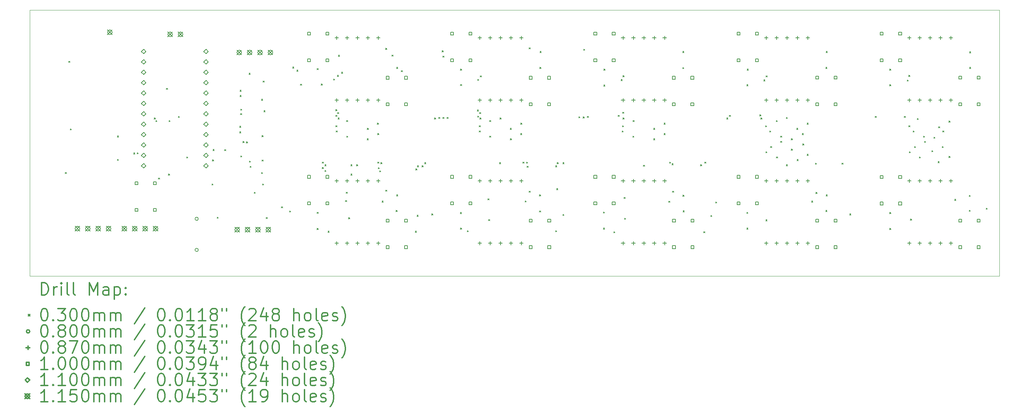
<source format=gbr>
%FSLAX45Y45*%
G04 Gerber Fmt 4.5, Leading zero omitted, Abs format (unit mm)*
G04 Created by KiCad (PCBNEW (5.1.10)-1) date 2022-05-26 00:59:29*
%MOMM*%
%LPD*%
G01*
G04 APERTURE LIST*
%TA.AperFunction,Profile*%
%ADD10C,0.038100*%
%TD*%
%ADD11C,0.200000*%
%ADD12C,0.300000*%
G04 APERTURE END LIST*
D10*
X2500000Y-7800000D02*
X2500000Y-14300000D01*
X2500000Y-14300000D02*
X26200000Y-14300000D01*
X26200000Y-7800000D02*
X26200000Y-14300000D01*
X2500000Y-7800000D02*
X26200000Y-7800000D01*
D11*
X3363650Y-11770150D02*
X3393650Y-11800150D01*
X3393650Y-11770150D02*
X3363650Y-11800150D01*
X3452100Y-9052800D02*
X3482100Y-9082800D01*
X3482100Y-9052800D02*
X3452100Y-9082800D01*
X3490200Y-10703800D02*
X3520200Y-10733800D01*
X3520200Y-10703800D02*
X3490200Y-10733800D01*
X4639550Y-10875250D02*
X4669550Y-10905250D01*
X4669550Y-10875250D02*
X4639550Y-10905250D01*
X4639550Y-11446750D02*
X4669550Y-11476750D01*
X4669550Y-11446750D02*
X4639550Y-11476750D01*
X5037260Y-11290340D02*
X5067260Y-11320340D01*
X5067260Y-11290340D02*
X5037260Y-11320340D01*
X5122150Y-11288000D02*
X5152150Y-11318000D01*
X5152150Y-11288000D02*
X5122150Y-11318000D01*
X5541250Y-10437100D02*
X5571250Y-10467100D01*
X5571250Y-10437100D02*
X5541250Y-10467100D01*
X5580948Y-10500600D02*
X5610948Y-10530600D01*
X5610948Y-10500600D02*
X5580948Y-10530600D01*
X5643649Y-11903950D02*
X5673649Y-11933950D01*
X5673649Y-11903950D02*
X5643649Y-11933950D01*
X5839700Y-9713200D02*
X5869700Y-9743200D01*
X5869700Y-9713200D02*
X5839700Y-9743200D01*
X5890500Y-11808700D02*
X5920500Y-11838700D01*
X5920500Y-11808700D02*
X5890500Y-11838700D01*
X5903200Y-10500600D02*
X5933200Y-10530600D01*
X5933200Y-10500600D02*
X5903200Y-10530600D01*
X6131800Y-10399000D02*
X6161800Y-10429000D01*
X6161800Y-10399000D02*
X6131800Y-10429000D01*
X6335000Y-11389600D02*
X6365000Y-11419600D01*
X6365000Y-11389600D02*
X6335000Y-11419600D01*
X6950950Y-12050000D02*
X6980950Y-12080000D01*
X6980950Y-12050000D02*
X6950950Y-12080000D01*
X6963650Y-11459450D02*
X6993650Y-11489450D01*
X6993650Y-11459450D02*
X6963650Y-11489450D01*
X6976350Y-11205450D02*
X7006350Y-11235450D01*
X7006350Y-11205450D02*
X6976350Y-11235450D01*
X7077950Y-12862800D02*
X7107950Y-12892800D01*
X7107950Y-12862800D02*
X7077950Y-12892800D01*
X7262100Y-11211800D02*
X7292100Y-11241800D01*
X7292100Y-11211800D02*
X7262100Y-11241800D01*
X7630400Y-10773649D02*
X7660400Y-10803649D01*
X7660400Y-10773649D02*
X7630400Y-10803649D01*
X7630400Y-10640300D02*
X7660400Y-10670300D01*
X7660400Y-10640300D02*
X7630400Y-10670300D01*
X7636749Y-9757650D02*
X7666749Y-9787650D01*
X7666749Y-9757650D02*
X7636749Y-9787650D01*
X7636750Y-9884650D02*
X7666750Y-9914650D01*
X7666750Y-9884650D02*
X7636750Y-9914650D01*
X7649450Y-10329150D02*
X7679450Y-10359150D01*
X7679450Y-10329150D02*
X7649450Y-10359150D01*
X7655800Y-10221200D02*
X7685800Y-10251200D01*
X7685800Y-10221200D02*
X7655800Y-10251200D01*
X7655800Y-11364200D02*
X7685800Y-11394200D01*
X7685800Y-11364200D02*
X7655800Y-11394200D01*
X7710139Y-11011019D02*
X7740139Y-11041019D01*
X7740139Y-11011019D02*
X7710139Y-11041019D01*
X7795500Y-11021300D02*
X7825500Y-11051300D01*
X7825500Y-11021300D02*
X7795500Y-11051300D01*
X7859000Y-9344900D02*
X7889000Y-9374900D01*
X7889000Y-9344900D02*
X7859000Y-9374900D01*
X7865350Y-11491200D02*
X7895350Y-11521200D01*
X7895350Y-11491200D02*
X7865350Y-11521200D01*
X7884400Y-11618200D02*
X7914400Y-11648200D01*
X7914400Y-11618200D02*
X7884400Y-11648200D01*
X7986000Y-12253200D02*
X8016000Y-12283200D01*
X8016000Y-12253200D02*
X7986000Y-12283200D01*
X8163800Y-9979900D02*
X8193800Y-10009900D01*
X8193800Y-9979900D02*
X8163800Y-10009900D01*
X8163800Y-11770600D02*
X8193800Y-11800600D01*
X8193800Y-11770600D02*
X8163800Y-11800600D01*
X8176499Y-10868900D02*
X8206499Y-10898900D01*
X8206499Y-10868900D02*
X8176499Y-10898900D01*
X8176500Y-11465800D02*
X8206500Y-11495800D01*
X8206500Y-11465800D02*
X8176500Y-11495800D01*
X8189200Y-12050000D02*
X8219200Y-12080000D01*
X8219200Y-12050000D02*
X8189200Y-12080000D01*
X8201900Y-9535400D02*
X8231900Y-9565400D01*
X8231900Y-9535400D02*
X8201900Y-9565400D01*
X8220950Y-10259300D02*
X8250950Y-10289300D01*
X8250950Y-10259300D02*
X8220950Y-10289300D01*
X8278100Y-12869150D02*
X8308100Y-12899150D01*
X8308100Y-12869150D02*
X8278100Y-12899150D01*
X8647199Y-12608800D02*
X8677199Y-12638800D01*
X8677199Y-12608800D02*
X8647199Y-12638800D01*
X8849600Y-12710400D02*
X8879600Y-12740400D01*
X8879600Y-12710400D02*
X8849600Y-12740400D01*
X8925800Y-9192500D02*
X8955800Y-9222500D01*
X8955800Y-9192500D02*
X8925800Y-9222500D01*
X9027400Y-9268700D02*
X9057400Y-9298700D01*
X9057400Y-9268700D02*
X9027400Y-9298700D01*
X9116300Y-9611600D02*
X9146300Y-9641600D01*
X9146300Y-9611600D02*
X9116300Y-9641600D01*
X9522700Y-9230600D02*
X9552700Y-9260600D01*
X9552700Y-9230600D02*
X9522700Y-9260600D01*
X9522700Y-13135850D02*
X9552700Y-13165850D01*
X9552700Y-13135850D02*
X9522700Y-13165850D01*
X9522700Y-12742150D02*
X9552700Y-12772150D01*
X9552700Y-12742150D02*
X9522700Y-12772150D01*
X9624300Y-9605250D02*
X9654300Y-9635250D01*
X9654300Y-9605250D02*
X9624300Y-9635250D01*
X9648142Y-11648510D02*
X9678142Y-11678510D01*
X9678142Y-11648510D02*
X9648142Y-11678510D01*
X9649700Y-11516600D02*
X9679700Y-11546600D01*
X9679700Y-11516600D02*
X9649700Y-11546600D01*
X9713199Y-11580899D02*
X9743199Y-11610899D01*
X9743199Y-11580899D02*
X9713199Y-11610899D01*
X9713200Y-11719800D02*
X9743200Y-11749800D01*
X9743200Y-11719800D02*
X9713200Y-11749800D01*
X9789400Y-13205700D02*
X9819400Y-13235700D01*
X9819400Y-13205700D02*
X9789400Y-13235700D01*
X9922750Y-9484600D02*
X9952750Y-9514600D01*
X9952750Y-9484600D02*
X9922750Y-9514600D01*
X9979900Y-10373600D02*
X10009900Y-10403600D01*
X10009900Y-10373600D02*
X9979900Y-10403600D01*
X9979900Y-10627600D02*
X10009900Y-10657600D01*
X10009900Y-10627600D02*
X9979900Y-10657600D01*
X9979900Y-10233900D02*
X10009900Y-10263900D01*
X10009900Y-10233900D02*
X9979900Y-10263900D01*
X9986250Y-10754600D02*
X10016250Y-10784600D01*
X10016250Y-10754600D02*
X9986250Y-10784600D01*
X10018000Y-9395700D02*
X10048000Y-9425700D01*
X10048000Y-9395700D02*
X10018000Y-9425700D01*
X10019601Y-10306099D02*
X10049601Y-10336099D01*
X10049601Y-10306099D02*
X10019601Y-10336099D01*
X10033950Y-10436301D02*
X10063950Y-10466301D01*
X10063950Y-10436301D02*
X10033950Y-10466301D01*
X10043400Y-8904728D02*
X10073400Y-8934728D01*
X10073400Y-8904728D02*
X10043400Y-8934728D01*
X10119600Y-9319500D02*
X10149600Y-9349500D01*
X10149600Y-9319500D02*
X10119600Y-9349500D01*
X10214850Y-12456400D02*
X10244850Y-12486400D01*
X10244850Y-12456400D02*
X10214850Y-12486400D01*
X10233900Y-12253200D02*
X10263900Y-12283200D01*
X10263900Y-12253200D02*
X10233900Y-12283200D01*
X10241738Y-10501244D02*
X10271738Y-10531244D01*
X10271738Y-10501244D02*
X10241738Y-10531244D01*
X10246600Y-10881600D02*
X10276600Y-10911600D01*
X10276600Y-10881600D02*
X10246600Y-10911600D01*
X10291050Y-12875500D02*
X10321050Y-12905500D01*
X10321050Y-12875500D02*
X10291050Y-12905500D01*
X10348200Y-11580899D02*
X10378200Y-11610899D01*
X10378200Y-11580899D02*
X10348200Y-11610899D01*
X10348200Y-11808700D02*
X10378200Y-11838700D01*
X10378200Y-11808700D02*
X10348200Y-11838700D01*
X10487900Y-11580100D02*
X10517900Y-11610100D01*
X10517900Y-11580100D02*
X10487900Y-11610100D01*
X10742699Y-10945100D02*
X10772699Y-10975100D01*
X10772699Y-10945100D02*
X10742699Y-10975100D01*
X10748250Y-10691100D02*
X10778250Y-10721100D01*
X10778250Y-10691100D02*
X10748250Y-10721100D01*
X10995900Y-10564100D02*
X11025900Y-10594100D01*
X11025900Y-10564100D02*
X10995900Y-10594100D01*
X11000811Y-11516600D02*
X11030811Y-11546600D01*
X11030811Y-11516600D02*
X11000811Y-11546600D01*
X11002250Y-10818100D02*
X11032250Y-10848100D01*
X11032250Y-10818100D02*
X11002250Y-10848100D01*
X11016952Y-11650987D02*
X11046952Y-11680987D01*
X11046952Y-11650987D02*
X11016952Y-11680987D01*
X11049068Y-11727423D02*
X11079068Y-11757423D01*
X11079068Y-11727423D02*
X11049068Y-11757423D01*
X11078981Y-11529300D02*
X11108981Y-11559300D01*
X11108981Y-11529300D02*
X11078981Y-11559300D01*
X11110200Y-12468306D02*
X11140200Y-12498306D01*
X11140200Y-12468306D02*
X11110200Y-12498306D01*
X11199100Y-8735300D02*
X11229100Y-8765300D01*
X11229100Y-8735300D02*
X11199100Y-8765300D01*
X11199100Y-12202400D02*
X11229100Y-12232400D01*
X11229100Y-12202400D02*
X11199100Y-12232400D01*
X11351500Y-8900400D02*
X11381500Y-8930400D01*
X11381500Y-8900400D02*
X11351500Y-8930400D01*
X11453100Y-12697700D02*
X11483100Y-12727700D01*
X11483100Y-12697700D02*
X11453100Y-12727700D01*
X11464400Y-12316700D02*
X11494400Y-12346700D01*
X11494400Y-12316700D02*
X11464400Y-12346700D01*
X11465800Y-9198850D02*
X11495800Y-9228850D01*
X11495800Y-9198850D02*
X11465800Y-9228850D01*
X11580100Y-9281400D02*
X11610100Y-9311400D01*
X11610100Y-9281400D02*
X11580100Y-9311400D01*
X11923000Y-13205700D02*
X11953000Y-13235700D01*
X11953000Y-13205700D02*
X11923000Y-13235700D01*
X11935700Y-11681700D02*
X11965700Y-11711700D01*
X11965700Y-11681700D02*
X11935700Y-11711700D01*
X11965223Y-12814227D02*
X11995223Y-12844227D01*
X11995223Y-12814227D02*
X11965223Y-12844227D01*
X11973799Y-11605500D02*
X12003799Y-11635500D01*
X12003799Y-11605500D02*
X11973799Y-11635500D01*
X12088100Y-11605500D02*
X12118100Y-11635500D01*
X12118100Y-11605500D02*
X12088100Y-11635500D01*
X12151600Y-11529300D02*
X12181600Y-11559300D01*
X12181600Y-11529300D02*
X12151600Y-11559300D01*
X12323050Y-12780251D02*
X12353050Y-12810251D01*
X12353050Y-12780251D02*
X12323050Y-12810251D01*
X12392900Y-10437100D02*
X12422900Y-10467100D01*
X12422900Y-10437100D02*
X12392900Y-10467100D01*
X12494500Y-10424400D02*
X12524500Y-10454400D01*
X12524500Y-10424400D02*
X12494500Y-10454400D01*
X12577050Y-8792450D02*
X12607050Y-8822450D01*
X12607050Y-8792450D02*
X12577050Y-8822450D01*
X12596099Y-10424400D02*
X12626099Y-10454400D01*
X12626099Y-10424400D02*
X12596099Y-10454400D01*
X12596100Y-8925800D02*
X12626100Y-8955800D01*
X12626100Y-8925800D02*
X12596100Y-8955800D01*
X12697700Y-10424399D02*
X12727700Y-10454399D01*
X12727700Y-10424399D02*
X12697700Y-10454399D01*
X13021550Y-12748500D02*
X13051550Y-12778500D01*
X13051550Y-12748500D02*
X13021550Y-12778500D01*
X13027900Y-9617950D02*
X13057900Y-9647950D01*
X13057900Y-9617950D02*
X13027900Y-9647950D01*
X13027900Y-9243300D02*
X13057900Y-9273300D01*
X13057900Y-9243300D02*
X13027900Y-9273300D01*
X13027900Y-13129500D02*
X13057900Y-13159500D01*
X13057900Y-13129500D02*
X13027900Y-13159500D01*
X13193000Y-13193000D02*
X13223000Y-13223000D01*
X13223000Y-13193000D02*
X13193000Y-13223000D01*
X13435537Y-10241549D02*
X13465537Y-10271549D01*
X13465537Y-10241549D02*
X13435537Y-10271549D01*
X13444925Y-10388148D02*
X13474925Y-10418148D01*
X13474925Y-10388148D02*
X13444925Y-10418148D01*
X13447000Y-9490950D02*
X13477000Y-9520950D01*
X13477000Y-9490950D02*
X13447000Y-9520950D01*
X13485100Y-10627600D02*
X13515100Y-10657600D01*
X13515100Y-10627600D02*
X13485100Y-10657600D01*
X13485100Y-10754600D02*
X13515100Y-10784600D01*
X13515100Y-10754600D02*
X13485100Y-10784600D01*
X13491584Y-10304066D02*
X13521584Y-10334066D01*
X13521584Y-10304066D02*
X13491584Y-10334066D01*
X13498858Y-10436899D02*
X13528858Y-10466899D01*
X13528858Y-10436899D02*
X13498858Y-10466899D01*
X13510500Y-9408400D02*
X13540500Y-9438400D01*
X13540500Y-9408400D02*
X13510500Y-9438400D01*
X13694650Y-12411950D02*
X13724650Y-12441950D01*
X13724650Y-12411950D02*
X13694650Y-12441950D01*
X13713700Y-12919950D02*
X13743700Y-12949950D01*
X13743700Y-12919950D02*
X13713700Y-12949950D01*
X13739100Y-10500600D02*
X13769100Y-10530600D01*
X13769100Y-10500600D02*
X13739100Y-10530600D01*
X13739100Y-10881600D02*
X13769100Y-10911600D01*
X13769100Y-10881600D02*
X13739100Y-10911600D01*
X13980400Y-11529300D02*
X14010400Y-11559300D01*
X14010400Y-11529300D02*
X13980400Y-11559300D01*
X13993100Y-10436300D02*
X14023100Y-10466300D01*
X14023100Y-10436300D02*
X13993100Y-10466300D01*
X14240750Y-10691100D02*
X14270750Y-10721100D01*
X14270750Y-10691100D02*
X14240750Y-10721100D01*
X14247100Y-10945100D02*
X14277100Y-10975100D01*
X14277100Y-10945100D02*
X14247100Y-10975100D01*
X14494750Y-10818100D02*
X14524750Y-10848100D01*
X14524750Y-10818100D02*
X14494750Y-10848100D01*
X14501100Y-10564100D02*
X14531100Y-10594100D01*
X14531100Y-10564100D02*
X14501100Y-10594100D01*
X14551900Y-11515800D02*
X14581900Y-11545800D01*
X14581900Y-11515800D02*
X14551900Y-11545800D01*
X14604400Y-12462386D02*
X14634400Y-12492386D01*
X14634400Y-12462386D02*
X14604400Y-12492386D01*
X14640799Y-11516600D02*
X14670799Y-11546600D01*
X14670799Y-11516600D02*
X14640799Y-11546600D01*
X14653500Y-11618200D02*
X14683500Y-11648200D01*
X14683500Y-11618200D02*
X14653500Y-11648200D01*
X14704300Y-8722600D02*
X14734300Y-8752600D01*
X14734300Y-8722600D02*
X14704300Y-8752600D01*
X14704300Y-12227800D02*
X14734300Y-12257800D01*
X14734300Y-12227800D02*
X14704300Y-12257800D01*
X14956900Y-12316700D02*
X14986900Y-12346700D01*
X14986900Y-12316700D02*
X14956900Y-12346700D01*
X14958299Y-12710400D02*
X14988299Y-12740400D01*
X14988299Y-12710400D02*
X14958299Y-12740400D01*
X14964651Y-9198850D02*
X14994651Y-9228850D01*
X14994651Y-9198850D02*
X14964651Y-9228850D01*
X14971000Y-8811500D02*
X15001000Y-8841500D01*
X15001000Y-8811500D02*
X14971000Y-8841500D01*
X15352000Y-13193000D02*
X15382000Y-13223000D01*
X15382000Y-13193000D02*
X15352000Y-13223000D01*
X15352000Y-11605500D02*
X15382000Y-11635500D01*
X15382000Y-11605500D02*
X15352000Y-11635500D01*
X15377400Y-12164300D02*
X15407400Y-12194300D01*
X15407400Y-12164300D02*
X15377400Y-12194300D01*
X15390707Y-11528692D02*
X15420707Y-11558692D01*
X15420707Y-11528692D02*
X15390707Y-11558692D01*
X15529800Y-11529300D02*
X15559800Y-11559300D01*
X15559800Y-11529300D02*
X15529800Y-11559300D01*
X15529800Y-12792950D02*
X15559800Y-12822950D01*
X15559800Y-12792950D02*
X15529800Y-12822950D01*
X15917150Y-10405350D02*
X15947150Y-10435350D01*
X15947150Y-10405350D02*
X15917150Y-10435350D01*
X16025100Y-10411700D02*
X16055100Y-10441700D01*
X16055100Y-10411700D02*
X16025100Y-10441700D01*
X16037800Y-8754350D02*
X16067800Y-8784350D01*
X16067800Y-8754350D02*
X16037800Y-8784350D01*
X16126700Y-10399000D02*
X16156700Y-10429000D01*
X16156700Y-10399000D02*
X16126700Y-10429000D01*
X16520400Y-12735800D02*
X16550400Y-12765800D01*
X16550400Y-12735800D02*
X16520400Y-12765800D01*
X16520400Y-13129500D02*
X16550400Y-13159500D01*
X16550400Y-13129500D02*
X16520400Y-13159500D01*
X16526750Y-9630650D02*
X16556750Y-9660650D01*
X16556750Y-9630650D02*
X16526750Y-9660650D01*
X16533100Y-9243300D02*
X16563100Y-9273300D01*
X16563100Y-9243300D02*
X16533100Y-9273300D01*
X16774400Y-13218400D02*
X16804400Y-13248400D01*
X16804400Y-13218400D02*
X16774400Y-13248400D01*
X16877980Y-10371620D02*
X16907980Y-10401620D01*
X16907980Y-10371620D02*
X16877980Y-10401620D01*
X16952200Y-9497300D02*
X16982200Y-9527300D01*
X16982200Y-9497300D02*
X16952200Y-9527300D01*
X16977600Y-10754600D02*
X17007600Y-10784600D01*
X17007600Y-10754600D02*
X16977600Y-10784600D01*
X16983950Y-10627600D02*
X17013950Y-10657600D01*
X17013950Y-10627600D02*
X16983950Y-10657600D01*
X16990301Y-10297400D02*
X17020301Y-10327400D01*
X17020301Y-10297400D02*
X16990301Y-10327400D01*
X16996650Y-9402050D02*
X17026650Y-9432050D01*
X17026650Y-9402050D02*
X16996650Y-9432050D01*
X16997512Y-10435451D02*
X17027512Y-10465451D01*
X17027512Y-10435451D02*
X16997512Y-10465451D01*
X17022050Y-12380200D02*
X17052050Y-12410200D01*
X17052050Y-12380200D02*
X17022050Y-12410200D01*
X17034750Y-12888200D02*
X17064750Y-12918200D01*
X17064750Y-12888200D02*
X17034750Y-12918200D01*
X17237950Y-10881600D02*
X17267950Y-10911600D01*
X17267950Y-10881600D02*
X17237950Y-10911600D01*
X17244300Y-10500600D02*
X17274300Y-10530600D01*
X17274300Y-10500600D02*
X17244300Y-10530600D01*
X17498300Y-11592800D02*
X17528300Y-11622800D01*
X17528300Y-11592800D02*
X17498300Y-11622800D01*
X17745950Y-10691100D02*
X17775950Y-10721100D01*
X17775950Y-10691100D02*
X17745950Y-10721100D01*
X17745950Y-10945100D02*
X17775950Y-10975100D01*
X17775950Y-10945100D02*
X17745950Y-10975100D01*
X17999950Y-10564100D02*
X18029950Y-10594100D01*
X18029950Y-10564100D02*
X17999950Y-10594100D01*
X17999950Y-10818100D02*
X18029950Y-10848100D01*
X18029950Y-10818100D02*
X17999950Y-10848100D01*
X18114250Y-12472116D02*
X18144250Y-12502116D01*
X18144250Y-12472116D02*
X18114250Y-12502116D01*
X18135383Y-11515800D02*
X18165383Y-11545800D01*
X18165383Y-11515800D02*
X18135383Y-11545800D01*
X18196800Y-11554700D02*
X18226800Y-11584700D01*
X18226800Y-11554700D02*
X18196800Y-11584700D01*
X18209500Y-12227800D02*
X18239500Y-12257800D01*
X18239500Y-12227800D02*
X18209500Y-12257800D01*
X18457150Y-8811500D02*
X18487150Y-8841500D01*
X18487150Y-8811500D02*
X18457150Y-8841500D01*
X18457150Y-9205200D02*
X18487150Y-9235200D01*
X18487150Y-9205200D02*
X18457150Y-9235200D01*
X18463500Y-12323050D02*
X18493500Y-12353050D01*
X18493500Y-12323050D02*
X18463500Y-12353050D01*
X18464900Y-12704050D02*
X18494900Y-12734050D01*
X18494900Y-12704050D02*
X18464900Y-12734050D01*
X18895300Y-11580100D02*
X18925300Y-11610100D01*
X18925300Y-11580100D02*
X18895300Y-11610100D01*
X18971500Y-13218400D02*
X19001500Y-13248400D01*
X19001500Y-13218400D02*
X18971500Y-13248400D01*
X18996900Y-11516600D02*
X19026900Y-11546600D01*
X19026900Y-11516600D02*
X18996900Y-11546600D01*
X19142836Y-12818236D02*
X19172836Y-12848236D01*
X19172836Y-12818236D02*
X19142836Y-12848236D01*
X19263600Y-12488150D02*
X19293600Y-12518150D01*
X19293600Y-12488150D02*
X19263600Y-12518150D01*
X19531949Y-10435451D02*
X19561949Y-10465451D01*
X19561949Y-10435451D02*
X19531949Y-10465451D01*
X19595780Y-10371620D02*
X19625780Y-10401620D01*
X19625780Y-10371620D02*
X19595780Y-10401620D01*
X20025600Y-13129500D02*
X20055600Y-13159500D01*
X20055600Y-13129500D02*
X20025600Y-13159500D01*
X20025600Y-9624300D02*
X20055600Y-9654300D01*
X20055600Y-9624300D02*
X20025600Y-9654300D01*
X20025600Y-12742150D02*
X20055600Y-12772150D01*
X20055600Y-12742150D02*
X20025600Y-12772150D01*
X20031950Y-9243300D02*
X20061950Y-9273300D01*
X20061950Y-9243300D02*
X20031950Y-9273300D01*
X20343100Y-10360900D02*
X20373100Y-10390900D01*
X20373100Y-10360900D02*
X20343100Y-10390900D01*
X20364755Y-10437899D02*
X20394755Y-10467899D01*
X20394755Y-10437899D02*
X20364755Y-10467899D01*
X20438350Y-9503650D02*
X20468350Y-9533650D01*
X20468350Y-9503650D02*
X20438350Y-9533650D01*
X20482800Y-10628702D02*
X20512800Y-10658702D01*
X20512800Y-10628702D02*
X20482800Y-10658702D01*
X20489150Y-12926300D02*
X20519150Y-12956300D01*
X20519150Y-12926300D02*
X20489150Y-12956300D01*
X20489150Y-11262600D02*
X20519150Y-11292600D01*
X20519150Y-11262600D02*
X20489150Y-11292600D01*
X20495500Y-9408400D02*
X20525500Y-9438400D01*
X20525500Y-9408400D02*
X20495500Y-9438400D01*
X20584400Y-10754600D02*
X20614400Y-10784600D01*
X20614400Y-10754600D02*
X20584400Y-10784600D01*
X20603450Y-11135600D02*
X20633450Y-11165600D01*
X20633450Y-11135600D02*
X20603450Y-11165600D01*
X20743150Y-10500600D02*
X20773150Y-10530600D01*
X20773150Y-10500600D02*
X20743150Y-10530600D01*
X20749500Y-11389600D02*
X20779500Y-11419600D01*
X20779500Y-11389600D02*
X20749500Y-11419600D01*
X20851100Y-10881600D02*
X20881100Y-10911600D01*
X20881100Y-10881600D02*
X20851100Y-10911600D01*
X20851100Y-11008600D02*
X20881100Y-11038600D01*
X20881100Y-11008600D02*
X20851100Y-11038600D01*
X20990800Y-10424400D02*
X21020800Y-10454400D01*
X21020800Y-10424400D02*
X20990800Y-10454400D01*
X20990800Y-11580100D02*
X21020800Y-11610100D01*
X21020800Y-11580100D02*
X20990800Y-11610100D01*
X21111450Y-10945100D02*
X21141450Y-10975100D01*
X21141450Y-10945100D02*
X21111450Y-10975100D01*
X21111450Y-11199100D02*
X21141450Y-11229100D01*
X21141450Y-11199100D02*
X21111450Y-11229100D01*
X21244800Y-10691100D02*
X21274800Y-10721100D01*
X21274800Y-10691100D02*
X21244800Y-10721100D01*
X21251150Y-11453100D02*
X21281150Y-11483100D01*
X21281150Y-11453100D02*
X21251150Y-11483100D01*
X21378150Y-10818100D02*
X21408150Y-10848100D01*
X21408150Y-10818100D02*
X21378150Y-10848100D01*
X21390850Y-11072100D02*
X21420850Y-11102100D01*
X21420850Y-11072100D02*
X21390850Y-11102100D01*
X21498800Y-10564100D02*
X21528800Y-10594100D01*
X21528800Y-10564100D02*
X21498800Y-10594100D01*
X21498800Y-11326100D02*
X21528800Y-11356100D01*
X21528800Y-11326100D02*
X21498800Y-11356100D01*
X21606750Y-12467036D02*
X21636750Y-12497036D01*
X21636750Y-12467036D02*
X21606750Y-12497036D01*
X21702000Y-11542000D02*
X21732000Y-11572000D01*
X21732000Y-11542000D02*
X21702000Y-11572000D01*
X21714700Y-12254500D02*
X21744700Y-12284500D01*
X21744700Y-12254500D02*
X21714700Y-12284500D01*
X21956000Y-12697700D02*
X21986000Y-12727700D01*
X21986000Y-12697700D02*
X21956000Y-12727700D01*
X21956001Y-9198850D02*
X21986001Y-9228850D01*
X21986001Y-9198850D02*
X21956001Y-9228850D01*
X21962350Y-8811500D02*
X21992350Y-8841500D01*
X21992350Y-8811500D02*
X21962350Y-8841500D01*
X21963750Y-12316700D02*
X21993750Y-12346700D01*
X21993750Y-12316700D02*
X21963750Y-12346700D01*
X22349700Y-11542000D02*
X22379700Y-11572000D01*
X22379700Y-11542000D02*
X22349700Y-11572000D01*
X22540200Y-12780250D02*
X22570200Y-12810250D01*
X22570200Y-12780250D02*
X22540200Y-12810250D01*
X23162500Y-10399000D02*
X23192500Y-10429000D01*
X23192500Y-10399000D02*
X23162500Y-10429000D01*
X23518100Y-9243300D02*
X23548100Y-9273300D01*
X23548100Y-9243300D02*
X23518100Y-9273300D01*
X23518100Y-9624300D02*
X23548100Y-9654300D01*
X23548100Y-9624300D02*
X23518100Y-9654300D01*
X23518100Y-12748500D02*
X23548100Y-12778500D01*
X23548100Y-12748500D02*
X23518100Y-12778500D01*
X23518100Y-13135850D02*
X23548100Y-13165850D01*
X23548100Y-13135850D02*
X23518100Y-13165850D01*
X23873700Y-10399000D02*
X23903700Y-10429000D01*
X23903700Y-10399000D02*
X23873700Y-10429000D01*
X23943550Y-9510000D02*
X23973550Y-9540000D01*
X23973550Y-9510000D02*
X23943550Y-9540000D01*
X23981650Y-10627600D02*
X24011650Y-10657600D01*
X24011650Y-10627600D02*
X23981650Y-10657600D01*
X23981650Y-9395700D02*
X24011650Y-9425700D01*
X24011650Y-9395700D02*
X23981650Y-9425700D01*
X23994350Y-11262600D02*
X24024350Y-11292600D01*
X24024350Y-11262600D02*
X23994350Y-11292600D01*
X24026100Y-12907250D02*
X24056100Y-12937250D01*
X24056100Y-12907250D02*
X24026100Y-12937250D01*
X24089600Y-10754600D02*
X24119600Y-10784600D01*
X24119600Y-10754600D02*
X24089600Y-10784600D01*
X24121351Y-11135600D02*
X24151351Y-11165600D01*
X24151351Y-11135600D02*
X24121351Y-11165600D01*
X24191200Y-10449800D02*
X24221200Y-10479800D01*
X24221200Y-10449800D02*
X24191200Y-10479800D01*
X24242000Y-11389600D02*
X24272000Y-11419600D01*
X24272000Y-11389600D02*
X24242000Y-11419600D01*
X24343600Y-10881600D02*
X24373600Y-10911600D01*
X24373600Y-10881600D02*
X24343600Y-10911600D01*
X24369000Y-11008600D02*
X24399000Y-11038600D01*
X24399000Y-11008600D02*
X24369000Y-11038600D01*
X24546800Y-11237200D02*
X24576800Y-11267200D01*
X24576800Y-11237200D02*
X24546800Y-11267200D01*
X24597600Y-10907000D02*
X24627600Y-10937000D01*
X24627600Y-10907000D02*
X24597600Y-10937000D01*
X24699200Y-11503900D02*
X24729200Y-11533900D01*
X24729200Y-11503900D02*
X24699200Y-11533900D01*
X24711900Y-10653000D02*
X24741900Y-10683000D01*
X24741900Y-10653000D02*
X24711900Y-10683000D01*
X24800800Y-11135600D02*
X24830800Y-11165600D01*
X24830800Y-11135600D02*
X24800800Y-11165600D01*
X24813500Y-10754600D02*
X24843500Y-10784600D01*
X24843500Y-10754600D02*
X24813500Y-10784600D01*
X24965900Y-10513300D02*
X24995900Y-10543300D01*
X24995900Y-10513300D02*
X24965900Y-10543300D01*
X24965900Y-11376901D02*
X24995900Y-11406901D01*
X24995900Y-11376901D02*
X24965900Y-11406901D01*
X25105600Y-12427920D02*
X25135600Y-12457920D01*
X25135600Y-12427920D02*
X25105600Y-12457920D01*
X25461200Y-12329400D02*
X25491200Y-12359400D01*
X25491200Y-12329400D02*
X25461200Y-12359400D01*
X25461200Y-12691350D02*
X25491200Y-12721350D01*
X25491200Y-12691350D02*
X25461200Y-12721350D01*
X25467550Y-8817849D02*
X25497550Y-8847849D01*
X25497550Y-8817849D02*
X25467550Y-8847849D01*
X25467550Y-9198850D02*
X25497550Y-9228850D01*
X25497550Y-9198850D02*
X25467550Y-9228850D01*
X25873950Y-12640550D02*
X25903950Y-12670550D01*
X25903950Y-12640550D02*
X25873950Y-12670550D01*
X6618600Y-12905200D02*
G75*
G03*
X6618600Y-12905200I-40000J0D01*
G01*
X6618600Y-13665200D02*
G75*
G03*
X6618600Y-13665200I-40000J0D01*
G01*
X10000000Y-8432500D02*
X10000000Y-8519500D01*
X9956500Y-8476000D02*
X10043500Y-8476000D01*
X10000000Y-9956500D02*
X10000000Y-10043500D01*
X9956500Y-10000000D02*
X10043500Y-10000000D01*
X10000000Y-11932500D02*
X10000000Y-12019500D01*
X9956500Y-11976000D02*
X10043500Y-11976000D01*
X10000000Y-13456500D02*
X10000000Y-13543500D01*
X9956500Y-13500000D02*
X10043500Y-13500000D01*
X10254000Y-8432500D02*
X10254000Y-8519500D01*
X10210500Y-8476000D02*
X10297500Y-8476000D01*
X10254000Y-9956500D02*
X10254000Y-10043500D01*
X10210500Y-10000000D02*
X10297500Y-10000000D01*
X10254000Y-11932500D02*
X10254000Y-12019500D01*
X10210500Y-11976000D02*
X10297500Y-11976000D01*
X10254000Y-13456500D02*
X10254000Y-13543500D01*
X10210500Y-13500000D02*
X10297500Y-13500000D01*
X10508000Y-8432500D02*
X10508000Y-8519500D01*
X10464500Y-8476000D02*
X10551500Y-8476000D01*
X10508000Y-9956500D02*
X10508000Y-10043500D01*
X10464500Y-10000000D02*
X10551500Y-10000000D01*
X10508000Y-11932500D02*
X10508000Y-12019500D01*
X10464500Y-11976000D02*
X10551500Y-11976000D01*
X10508000Y-13456500D02*
X10508000Y-13543500D01*
X10464500Y-13500000D02*
X10551500Y-13500000D01*
X10762000Y-8432500D02*
X10762000Y-8519500D01*
X10718500Y-8476000D02*
X10805500Y-8476000D01*
X10762000Y-9956500D02*
X10762000Y-10043500D01*
X10718500Y-10000000D02*
X10805500Y-10000000D01*
X10762000Y-11932500D02*
X10762000Y-12019500D01*
X10718500Y-11976000D02*
X10805500Y-11976000D01*
X10762000Y-13456500D02*
X10762000Y-13543500D01*
X10718500Y-13500000D02*
X10805500Y-13500000D01*
X11016000Y-8432500D02*
X11016000Y-8519500D01*
X10972500Y-8476000D02*
X11059500Y-8476000D01*
X11016000Y-9956500D02*
X11016000Y-10043500D01*
X10972500Y-10000000D02*
X11059500Y-10000000D01*
X11016000Y-11932500D02*
X11016000Y-12019500D01*
X10972500Y-11976000D02*
X11059500Y-11976000D01*
X11016000Y-13456500D02*
X11016000Y-13543500D01*
X10972500Y-13500000D02*
X11059500Y-13500000D01*
X13500000Y-8432500D02*
X13500000Y-8519500D01*
X13456500Y-8476000D02*
X13543500Y-8476000D01*
X13500000Y-9956500D02*
X13500000Y-10043500D01*
X13456500Y-10000000D02*
X13543500Y-10000000D01*
X13500000Y-11932500D02*
X13500000Y-12019500D01*
X13456500Y-11976000D02*
X13543500Y-11976000D01*
X13500000Y-13456500D02*
X13500000Y-13543500D01*
X13456500Y-13500000D02*
X13543500Y-13500000D01*
X13754000Y-8432500D02*
X13754000Y-8519500D01*
X13710500Y-8476000D02*
X13797500Y-8476000D01*
X13754000Y-9956500D02*
X13754000Y-10043500D01*
X13710500Y-10000000D02*
X13797500Y-10000000D01*
X13754000Y-11932500D02*
X13754000Y-12019500D01*
X13710500Y-11976000D02*
X13797500Y-11976000D01*
X13754000Y-13456500D02*
X13754000Y-13543500D01*
X13710500Y-13500000D02*
X13797500Y-13500000D01*
X14008000Y-8432500D02*
X14008000Y-8519500D01*
X13964500Y-8476000D02*
X14051500Y-8476000D01*
X14008000Y-9956500D02*
X14008000Y-10043500D01*
X13964500Y-10000000D02*
X14051500Y-10000000D01*
X14008000Y-11932500D02*
X14008000Y-12019500D01*
X13964500Y-11976000D02*
X14051500Y-11976000D01*
X14008000Y-13456500D02*
X14008000Y-13543500D01*
X13964500Y-13500000D02*
X14051500Y-13500000D01*
X14262000Y-8432500D02*
X14262000Y-8519500D01*
X14218500Y-8476000D02*
X14305500Y-8476000D01*
X14262000Y-9956500D02*
X14262000Y-10043500D01*
X14218500Y-10000000D02*
X14305500Y-10000000D01*
X14262000Y-11932500D02*
X14262000Y-12019500D01*
X14218500Y-11976000D02*
X14305500Y-11976000D01*
X14262000Y-13456500D02*
X14262000Y-13543500D01*
X14218500Y-13500000D02*
X14305500Y-13500000D01*
X14516000Y-8432500D02*
X14516000Y-8519500D01*
X14472500Y-8476000D02*
X14559500Y-8476000D01*
X14516000Y-9956500D02*
X14516000Y-10043500D01*
X14472500Y-10000000D02*
X14559500Y-10000000D01*
X14516000Y-11932500D02*
X14516000Y-12019500D01*
X14472500Y-11976000D02*
X14559500Y-11976000D01*
X14516000Y-13456500D02*
X14516000Y-13543500D01*
X14472500Y-13500000D02*
X14559500Y-13500000D01*
X17000000Y-8432500D02*
X17000000Y-8519500D01*
X16956500Y-8476000D02*
X17043500Y-8476000D01*
X17000000Y-9956500D02*
X17000000Y-10043500D01*
X16956500Y-10000000D02*
X17043500Y-10000000D01*
X17000000Y-11932500D02*
X17000000Y-12019500D01*
X16956500Y-11976000D02*
X17043500Y-11976000D01*
X17000000Y-13456500D02*
X17000000Y-13543500D01*
X16956500Y-13500000D02*
X17043500Y-13500000D01*
X17254000Y-8432500D02*
X17254000Y-8519500D01*
X17210500Y-8476000D02*
X17297500Y-8476000D01*
X17254000Y-9956500D02*
X17254000Y-10043500D01*
X17210500Y-10000000D02*
X17297500Y-10000000D01*
X17254000Y-11932500D02*
X17254000Y-12019500D01*
X17210500Y-11976000D02*
X17297500Y-11976000D01*
X17254000Y-13456500D02*
X17254000Y-13543500D01*
X17210500Y-13500000D02*
X17297500Y-13500000D01*
X17508000Y-8432500D02*
X17508000Y-8519500D01*
X17464500Y-8476000D02*
X17551500Y-8476000D01*
X17508000Y-9956500D02*
X17508000Y-10043500D01*
X17464500Y-10000000D02*
X17551500Y-10000000D01*
X17508000Y-11932500D02*
X17508000Y-12019500D01*
X17464500Y-11976000D02*
X17551500Y-11976000D01*
X17508000Y-13456500D02*
X17508000Y-13543500D01*
X17464500Y-13500000D02*
X17551500Y-13500000D01*
X17762000Y-8432500D02*
X17762000Y-8519500D01*
X17718500Y-8476000D02*
X17805500Y-8476000D01*
X17762000Y-9956500D02*
X17762000Y-10043500D01*
X17718500Y-10000000D02*
X17805500Y-10000000D01*
X17762000Y-11932500D02*
X17762000Y-12019500D01*
X17718500Y-11976000D02*
X17805500Y-11976000D01*
X17762000Y-13456500D02*
X17762000Y-13543500D01*
X17718500Y-13500000D02*
X17805500Y-13500000D01*
X18016000Y-8432500D02*
X18016000Y-8519500D01*
X17972500Y-8476000D02*
X18059500Y-8476000D01*
X18016000Y-9956500D02*
X18016000Y-10043500D01*
X17972500Y-10000000D02*
X18059500Y-10000000D01*
X18016000Y-11932500D02*
X18016000Y-12019500D01*
X17972500Y-11976000D02*
X18059500Y-11976000D01*
X18016000Y-13456500D02*
X18016000Y-13543500D01*
X17972500Y-13500000D02*
X18059500Y-13500000D01*
X20500000Y-8432500D02*
X20500000Y-8519500D01*
X20456500Y-8476000D02*
X20543500Y-8476000D01*
X20500000Y-9956500D02*
X20500000Y-10043500D01*
X20456500Y-10000000D02*
X20543500Y-10000000D01*
X20500000Y-11932500D02*
X20500000Y-12019500D01*
X20456500Y-11976000D02*
X20543500Y-11976000D01*
X20500000Y-13456500D02*
X20500000Y-13543500D01*
X20456500Y-13500000D02*
X20543500Y-13500000D01*
X20754000Y-8432500D02*
X20754000Y-8519500D01*
X20710500Y-8476000D02*
X20797500Y-8476000D01*
X20754000Y-9956500D02*
X20754000Y-10043500D01*
X20710500Y-10000000D02*
X20797500Y-10000000D01*
X20754000Y-11932500D02*
X20754000Y-12019500D01*
X20710500Y-11976000D02*
X20797500Y-11976000D01*
X20754000Y-13456500D02*
X20754000Y-13543500D01*
X20710500Y-13500000D02*
X20797500Y-13500000D01*
X21008000Y-8432500D02*
X21008000Y-8519500D01*
X20964500Y-8476000D02*
X21051500Y-8476000D01*
X21008000Y-9956500D02*
X21008000Y-10043500D01*
X20964500Y-10000000D02*
X21051500Y-10000000D01*
X21008000Y-11932500D02*
X21008000Y-12019500D01*
X20964500Y-11976000D02*
X21051500Y-11976000D01*
X21008000Y-13456500D02*
X21008000Y-13543500D01*
X20964500Y-13500000D02*
X21051500Y-13500000D01*
X21262000Y-8432500D02*
X21262000Y-8519500D01*
X21218500Y-8476000D02*
X21305500Y-8476000D01*
X21262000Y-9956500D02*
X21262000Y-10043500D01*
X21218500Y-10000000D02*
X21305500Y-10000000D01*
X21262000Y-11932500D02*
X21262000Y-12019500D01*
X21218500Y-11976000D02*
X21305500Y-11976000D01*
X21262000Y-13456500D02*
X21262000Y-13543500D01*
X21218500Y-13500000D02*
X21305500Y-13500000D01*
X21516000Y-8432500D02*
X21516000Y-8519500D01*
X21472500Y-8476000D02*
X21559500Y-8476000D01*
X21516000Y-9956500D02*
X21516000Y-10043500D01*
X21472500Y-10000000D02*
X21559500Y-10000000D01*
X21516000Y-11932500D02*
X21516000Y-12019500D01*
X21472500Y-11976000D02*
X21559500Y-11976000D01*
X21516000Y-13456500D02*
X21516000Y-13543500D01*
X21472500Y-13500000D02*
X21559500Y-13500000D01*
X24000000Y-8432500D02*
X24000000Y-8519500D01*
X23956500Y-8476000D02*
X24043500Y-8476000D01*
X24000000Y-9956500D02*
X24000000Y-10043500D01*
X23956500Y-10000000D02*
X24043500Y-10000000D01*
X24000000Y-11932500D02*
X24000000Y-12019500D01*
X23956500Y-11976000D02*
X24043500Y-11976000D01*
X24000000Y-13456500D02*
X24000000Y-13543500D01*
X23956500Y-13500000D02*
X24043500Y-13500000D01*
X24254000Y-8432500D02*
X24254000Y-8519500D01*
X24210500Y-8476000D02*
X24297500Y-8476000D01*
X24254000Y-9956500D02*
X24254000Y-10043500D01*
X24210500Y-10000000D02*
X24297500Y-10000000D01*
X24254000Y-11932500D02*
X24254000Y-12019500D01*
X24210500Y-11976000D02*
X24297500Y-11976000D01*
X24254000Y-13456500D02*
X24254000Y-13543500D01*
X24210500Y-13500000D02*
X24297500Y-13500000D01*
X24508000Y-8432500D02*
X24508000Y-8519500D01*
X24464500Y-8476000D02*
X24551500Y-8476000D01*
X24508000Y-9956500D02*
X24508000Y-10043500D01*
X24464500Y-10000000D02*
X24551500Y-10000000D01*
X24508000Y-11932500D02*
X24508000Y-12019500D01*
X24464500Y-11976000D02*
X24551500Y-11976000D01*
X24508000Y-13456500D02*
X24508000Y-13543500D01*
X24464500Y-13500000D02*
X24551500Y-13500000D01*
X24762000Y-8432500D02*
X24762000Y-8519500D01*
X24718500Y-8476000D02*
X24805500Y-8476000D01*
X24762000Y-9956500D02*
X24762000Y-10043500D01*
X24718500Y-10000000D02*
X24805500Y-10000000D01*
X24762000Y-11932500D02*
X24762000Y-12019500D01*
X24718500Y-11976000D02*
X24805500Y-11976000D01*
X24762000Y-13456500D02*
X24762000Y-13543500D01*
X24718500Y-13500000D02*
X24805500Y-13500000D01*
X25016000Y-8432500D02*
X25016000Y-8519500D01*
X24972500Y-8476000D02*
X25059500Y-8476000D01*
X25016000Y-9956500D02*
X25016000Y-10043500D01*
X24972500Y-10000000D02*
X25059500Y-10000000D01*
X25016000Y-11932500D02*
X25016000Y-12019500D01*
X24972500Y-11976000D02*
X25059500Y-11976000D01*
X25016000Y-13456500D02*
X25016000Y-13543500D01*
X24972500Y-13500000D02*
X25059500Y-13500000D01*
X5140756Y-12072656D02*
X5140756Y-12001944D01*
X5070044Y-12001944D01*
X5070044Y-12072656D01*
X5140756Y-12072656D01*
X5140756Y-12722656D02*
X5140756Y-12651944D01*
X5070044Y-12651944D01*
X5070044Y-12722656D01*
X5140756Y-12722656D01*
X5590756Y-12072656D02*
X5590756Y-12001944D01*
X5520044Y-12001944D01*
X5520044Y-12072656D01*
X5590756Y-12072656D01*
X5590756Y-12722656D02*
X5590756Y-12651944D01*
X5520044Y-12651944D01*
X5520044Y-12722656D01*
X5590756Y-12722656D01*
X9357156Y-8412516D02*
X9357156Y-8341804D01*
X9286444Y-8341804D01*
X9286444Y-8412516D01*
X9357156Y-8412516D01*
X9357156Y-9062516D02*
X9357156Y-8991804D01*
X9286444Y-8991804D01*
X9286444Y-9062516D01*
X9357156Y-9062516D01*
X9357156Y-11912636D02*
X9357156Y-11841924D01*
X9286444Y-11841924D01*
X9286444Y-11912636D01*
X9357156Y-11912636D01*
X9357156Y-12562636D02*
X9357156Y-12491924D01*
X9286444Y-12491924D01*
X9286444Y-12562636D01*
X9357156Y-12562636D01*
X9807156Y-8412516D02*
X9807156Y-8341804D01*
X9736444Y-8341804D01*
X9736444Y-8412516D01*
X9807156Y-8412516D01*
X9807156Y-9062516D02*
X9807156Y-8991804D01*
X9736444Y-8991804D01*
X9736444Y-9062516D01*
X9807156Y-9062516D01*
X9807156Y-11912636D02*
X9807156Y-11841924D01*
X9736444Y-11841924D01*
X9736444Y-11912636D01*
X9807156Y-11912636D01*
X9807156Y-12562636D02*
X9807156Y-12491924D01*
X9736444Y-12491924D01*
X9736444Y-12562636D01*
X9807156Y-12562636D01*
X11279516Y-9491776D02*
X11279516Y-9421064D01*
X11208804Y-9421064D01*
X11208804Y-9491776D01*
X11279516Y-9491776D01*
X11279516Y-10141776D02*
X11279516Y-10071064D01*
X11208804Y-10071064D01*
X11208804Y-10141776D01*
X11279516Y-10141776D01*
X11279936Y-12981976D02*
X11279936Y-12911264D01*
X11209224Y-12911264D01*
X11209224Y-12981976D01*
X11279936Y-12981976D01*
X11279936Y-13631976D02*
X11279936Y-13561264D01*
X11209224Y-13561264D01*
X11209224Y-13631976D01*
X11279936Y-13631976D01*
X11729516Y-9491776D02*
X11729516Y-9421064D01*
X11658804Y-9421064D01*
X11658804Y-9491776D01*
X11729516Y-9491776D01*
X11729516Y-10141776D02*
X11729516Y-10071064D01*
X11658804Y-10071064D01*
X11658804Y-10141776D01*
X11729516Y-10141776D01*
X11729936Y-12981976D02*
X11729936Y-12911264D01*
X11659224Y-12911264D01*
X11659224Y-12981976D01*
X11729936Y-12981976D01*
X11729936Y-13631976D02*
X11729936Y-13561264D01*
X11659224Y-13561264D01*
X11659224Y-13631976D01*
X11729936Y-13631976D01*
X12857276Y-8412516D02*
X12857276Y-8341804D01*
X12786564Y-8341804D01*
X12786564Y-8412516D01*
X12857276Y-8412516D01*
X12857276Y-9062516D02*
X12857276Y-8991804D01*
X12786564Y-8991804D01*
X12786564Y-9062516D01*
X12857276Y-9062516D01*
X12857276Y-11912636D02*
X12857276Y-11841924D01*
X12786564Y-11841924D01*
X12786564Y-11912636D01*
X12857276Y-11912636D01*
X12857276Y-12562636D02*
X12857276Y-12491924D01*
X12786564Y-12491924D01*
X12786564Y-12562636D01*
X12857276Y-12562636D01*
X13307276Y-8412516D02*
X13307276Y-8341804D01*
X13236564Y-8341804D01*
X13236564Y-8412516D01*
X13307276Y-8412516D01*
X13307276Y-9062516D02*
X13307276Y-8991804D01*
X13236564Y-8991804D01*
X13236564Y-9062516D01*
X13307276Y-9062516D01*
X13307276Y-11912636D02*
X13307276Y-11841924D01*
X13236564Y-11841924D01*
X13236564Y-11912636D01*
X13307276Y-11912636D01*
X13307276Y-12562636D02*
X13307276Y-12491924D01*
X13236564Y-12491924D01*
X13236564Y-12562636D01*
X13307276Y-12562636D01*
X14779636Y-9491776D02*
X14779636Y-9421064D01*
X14708924Y-9421064D01*
X14708924Y-9491776D01*
X14779636Y-9491776D01*
X14779636Y-10141776D02*
X14779636Y-10071064D01*
X14708924Y-10071064D01*
X14708924Y-10141776D01*
X14779636Y-10141776D01*
X14780056Y-12981976D02*
X14780056Y-12911264D01*
X14709344Y-12911264D01*
X14709344Y-12981976D01*
X14780056Y-12981976D01*
X14780056Y-13631976D02*
X14780056Y-13561264D01*
X14709344Y-13561264D01*
X14709344Y-13631976D01*
X14780056Y-13631976D01*
X15229636Y-9491776D02*
X15229636Y-9421064D01*
X15158924Y-9421064D01*
X15158924Y-9491776D01*
X15229636Y-9491776D01*
X15229636Y-10141776D02*
X15229636Y-10071064D01*
X15158924Y-10071064D01*
X15158924Y-10141776D01*
X15229636Y-10141776D01*
X15230056Y-12981976D02*
X15230056Y-12911264D01*
X15159344Y-12911264D01*
X15159344Y-12981976D01*
X15230056Y-12981976D01*
X15230056Y-13631976D02*
X15230056Y-13561264D01*
X15159344Y-13561264D01*
X15159344Y-13631976D01*
X15230056Y-13631976D01*
X16357396Y-8412516D02*
X16357396Y-8341804D01*
X16286684Y-8341804D01*
X16286684Y-8412516D01*
X16357396Y-8412516D01*
X16357396Y-9062516D02*
X16357396Y-8991804D01*
X16286684Y-8991804D01*
X16286684Y-9062516D01*
X16357396Y-9062516D01*
X16357396Y-11912636D02*
X16357396Y-11841924D01*
X16286684Y-11841924D01*
X16286684Y-11912636D01*
X16357396Y-11912636D01*
X16357396Y-12562636D02*
X16357396Y-12491924D01*
X16286684Y-12491924D01*
X16286684Y-12562636D01*
X16357396Y-12562636D01*
X16807396Y-8412516D02*
X16807396Y-8341804D01*
X16736684Y-8341804D01*
X16736684Y-8412516D01*
X16807396Y-8412516D01*
X16807396Y-9062516D02*
X16807396Y-8991804D01*
X16736684Y-8991804D01*
X16736684Y-9062516D01*
X16807396Y-9062516D01*
X16807396Y-11912636D02*
X16807396Y-11841924D01*
X16736684Y-11841924D01*
X16736684Y-11912636D01*
X16807396Y-11912636D01*
X16807396Y-12562636D02*
X16807396Y-12491924D01*
X16736684Y-12491924D01*
X16736684Y-12562636D01*
X16807396Y-12562636D01*
X18277216Y-9491776D02*
X18277216Y-9421064D01*
X18206504Y-9421064D01*
X18206504Y-9491776D01*
X18277216Y-9491776D01*
X18277216Y-10141776D02*
X18277216Y-10071064D01*
X18206504Y-10071064D01*
X18206504Y-10141776D01*
X18277216Y-10141776D01*
X18280176Y-12981976D02*
X18280176Y-12911264D01*
X18209464Y-12911264D01*
X18209464Y-12981976D01*
X18280176Y-12981976D01*
X18280176Y-13631976D02*
X18280176Y-13561264D01*
X18209464Y-13561264D01*
X18209464Y-13631976D01*
X18280176Y-13631976D01*
X18727216Y-9491776D02*
X18727216Y-9421064D01*
X18656504Y-9421064D01*
X18656504Y-9491776D01*
X18727216Y-9491776D01*
X18727216Y-10141776D02*
X18727216Y-10071064D01*
X18656504Y-10071064D01*
X18656504Y-10141776D01*
X18727216Y-10141776D01*
X18730176Y-12981976D02*
X18730176Y-12911264D01*
X18659464Y-12911264D01*
X18659464Y-12981976D01*
X18730176Y-12981976D01*
X18730176Y-13631976D02*
X18730176Y-13561264D01*
X18659464Y-13561264D01*
X18659464Y-13631976D01*
X18730176Y-13631976D01*
X19857516Y-8412516D02*
X19857516Y-8341804D01*
X19786804Y-8341804D01*
X19786804Y-8412516D01*
X19857516Y-8412516D01*
X19857516Y-9062516D02*
X19857516Y-8991804D01*
X19786804Y-8991804D01*
X19786804Y-9062516D01*
X19857516Y-9062516D01*
X19857516Y-11912636D02*
X19857516Y-11841924D01*
X19786804Y-11841924D01*
X19786804Y-11912636D01*
X19857516Y-11912636D01*
X19857516Y-12562636D02*
X19857516Y-12491924D01*
X19786804Y-12491924D01*
X19786804Y-12562636D01*
X19857516Y-12562636D01*
X20307516Y-8412516D02*
X20307516Y-8341804D01*
X20236804Y-8341804D01*
X20236804Y-8412516D01*
X20307516Y-8412516D01*
X20307516Y-9062516D02*
X20307516Y-8991804D01*
X20236804Y-8991804D01*
X20236804Y-9062516D01*
X20307516Y-9062516D01*
X20307516Y-11912636D02*
X20307516Y-11841924D01*
X20236804Y-11841924D01*
X20236804Y-11912636D01*
X20307516Y-11912636D01*
X20307516Y-12562636D02*
X20307516Y-12491924D01*
X20236804Y-12491924D01*
X20236804Y-12562636D01*
X20307516Y-12562636D01*
X21777756Y-12981976D02*
X21777756Y-12911264D01*
X21707044Y-12911264D01*
X21707044Y-12981976D01*
X21777756Y-12981976D01*
X21777756Y-13631976D02*
X21777756Y-13561264D01*
X21707044Y-13561264D01*
X21707044Y-13631976D01*
X21777756Y-13631976D01*
X21779876Y-9489236D02*
X21779876Y-9418524D01*
X21709164Y-9418524D01*
X21709164Y-9489236D01*
X21779876Y-9489236D01*
X21779876Y-10139236D02*
X21779876Y-10068524D01*
X21709164Y-10068524D01*
X21709164Y-10139236D01*
X21779876Y-10139236D01*
X22227756Y-12981976D02*
X22227756Y-12911264D01*
X22157044Y-12911264D01*
X22157044Y-12981976D01*
X22227756Y-12981976D01*
X22227756Y-13631976D02*
X22227756Y-13561264D01*
X22157044Y-13561264D01*
X22157044Y-13631976D01*
X22227756Y-13631976D01*
X22229876Y-9489236D02*
X22229876Y-9418524D01*
X22159164Y-9418524D01*
X22159164Y-9489236D01*
X22229876Y-9489236D01*
X22229876Y-10139236D02*
X22229876Y-10068524D01*
X22159164Y-10068524D01*
X22159164Y-10139236D01*
X22229876Y-10139236D01*
X23357636Y-8412516D02*
X23357636Y-8341804D01*
X23286924Y-8341804D01*
X23286924Y-8412516D01*
X23357636Y-8412516D01*
X23357636Y-9062516D02*
X23357636Y-8991804D01*
X23286924Y-8991804D01*
X23286924Y-9062516D01*
X23357636Y-9062516D01*
X23357636Y-11915176D02*
X23357636Y-11844464D01*
X23286924Y-11844464D01*
X23286924Y-11915176D01*
X23357636Y-11915176D01*
X23357636Y-12565176D02*
X23357636Y-12494464D01*
X23286924Y-12494464D01*
X23286924Y-12565176D01*
X23357636Y-12565176D01*
X23807636Y-8412516D02*
X23807636Y-8341804D01*
X23736924Y-8341804D01*
X23736924Y-8412516D01*
X23807636Y-8412516D01*
X23807636Y-9062516D02*
X23807636Y-8991804D01*
X23736924Y-8991804D01*
X23736924Y-9062516D01*
X23807636Y-9062516D01*
X23807636Y-11915176D02*
X23807636Y-11844464D01*
X23736924Y-11844464D01*
X23736924Y-11915176D01*
X23807636Y-11915176D01*
X23807636Y-12565176D02*
X23807636Y-12494464D01*
X23736924Y-12494464D01*
X23736924Y-12565176D01*
X23807636Y-12565176D01*
X25277456Y-9489236D02*
X25277456Y-9418524D01*
X25206744Y-9418524D01*
X25206744Y-9489236D01*
X25277456Y-9489236D01*
X25277456Y-10139236D02*
X25277456Y-10068524D01*
X25206744Y-10068524D01*
X25206744Y-10139236D01*
X25277456Y-10139236D01*
X25277876Y-12981976D02*
X25277876Y-12911264D01*
X25207164Y-12911264D01*
X25207164Y-12981976D01*
X25277876Y-12981976D01*
X25277876Y-13631976D02*
X25277876Y-13561264D01*
X25207164Y-13561264D01*
X25207164Y-13631976D01*
X25277876Y-13631976D01*
X25727456Y-9489236D02*
X25727456Y-9418524D01*
X25656744Y-9418524D01*
X25656744Y-9489236D01*
X25727456Y-9489236D01*
X25727456Y-10139236D02*
X25727456Y-10068524D01*
X25656744Y-10068524D01*
X25656744Y-10139236D01*
X25727456Y-10139236D01*
X25727876Y-12981976D02*
X25727876Y-12911264D01*
X25657164Y-12911264D01*
X25657164Y-12981976D01*
X25727876Y-12981976D01*
X25727876Y-13631976D02*
X25727876Y-13561264D01*
X25657164Y-13561264D01*
X25657164Y-13631976D01*
X25727876Y-13631976D01*
X5283200Y-8868800D02*
X5338200Y-8813800D01*
X5283200Y-8758800D01*
X5228200Y-8813800D01*
X5283200Y-8868800D01*
X5283200Y-9122800D02*
X5338200Y-9067800D01*
X5283200Y-9012800D01*
X5228200Y-9067800D01*
X5283200Y-9122800D01*
X5283200Y-9376800D02*
X5338200Y-9321800D01*
X5283200Y-9266800D01*
X5228200Y-9321800D01*
X5283200Y-9376800D01*
X5283200Y-9630800D02*
X5338200Y-9575800D01*
X5283200Y-9520800D01*
X5228200Y-9575800D01*
X5283200Y-9630800D01*
X5283200Y-9884800D02*
X5338200Y-9829800D01*
X5283200Y-9774800D01*
X5228200Y-9829800D01*
X5283200Y-9884800D01*
X5283200Y-10138800D02*
X5338200Y-10083800D01*
X5283200Y-10028800D01*
X5228200Y-10083800D01*
X5283200Y-10138800D01*
X5283200Y-10392800D02*
X5338200Y-10337800D01*
X5283200Y-10282800D01*
X5228200Y-10337800D01*
X5283200Y-10392800D01*
X5283200Y-10646800D02*
X5338200Y-10591800D01*
X5283200Y-10536800D01*
X5228200Y-10591800D01*
X5283200Y-10646800D01*
X5283200Y-10900800D02*
X5338200Y-10845800D01*
X5283200Y-10790800D01*
X5228200Y-10845800D01*
X5283200Y-10900800D01*
X5283200Y-11154800D02*
X5338200Y-11099800D01*
X5283200Y-11044800D01*
X5228200Y-11099800D01*
X5283200Y-11154800D01*
X5283200Y-11408800D02*
X5338200Y-11353800D01*
X5283200Y-11298800D01*
X5228200Y-11353800D01*
X5283200Y-11408800D01*
X5283200Y-11662800D02*
X5338200Y-11607800D01*
X5283200Y-11552800D01*
X5228200Y-11607800D01*
X5283200Y-11662800D01*
X6807200Y-8868800D02*
X6862200Y-8813800D01*
X6807200Y-8758800D01*
X6752200Y-8813800D01*
X6807200Y-8868800D01*
X6807200Y-9122800D02*
X6862200Y-9067800D01*
X6807200Y-9012800D01*
X6752200Y-9067800D01*
X6807200Y-9122800D01*
X6807200Y-9376800D02*
X6862200Y-9321800D01*
X6807200Y-9266800D01*
X6752200Y-9321800D01*
X6807200Y-9376800D01*
X6807200Y-9630800D02*
X6862200Y-9575800D01*
X6807200Y-9520800D01*
X6752200Y-9575800D01*
X6807200Y-9630800D01*
X6807200Y-9884800D02*
X6862200Y-9829800D01*
X6807200Y-9774800D01*
X6752200Y-9829800D01*
X6807200Y-9884800D01*
X6807200Y-10138800D02*
X6862200Y-10083800D01*
X6807200Y-10028800D01*
X6752200Y-10083800D01*
X6807200Y-10138800D01*
X6807200Y-10392800D02*
X6862200Y-10337800D01*
X6807200Y-10282800D01*
X6752200Y-10337800D01*
X6807200Y-10392800D01*
X6807200Y-10646800D02*
X6862200Y-10591800D01*
X6807200Y-10536800D01*
X6752200Y-10591800D01*
X6807200Y-10646800D01*
X6807200Y-10900800D02*
X6862200Y-10845800D01*
X6807200Y-10790800D01*
X6752200Y-10845800D01*
X6807200Y-10900800D01*
X6807200Y-11154800D02*
X6862200Y-11099800D01*
X6807200Y-11044800D01*
X6752200Y-11099800D01*
X6807200Y-11154800D01*
X6807200Y-11408800D02*
X6862200Y-11353800D01*
X6807200Y-11298800D01*
X6752200Y-11353800D01*
X6807200Y-11408800D01*
X6807200Y-11662800D02*
X6862200Y-11607800D01*
X6807200Y-11552800D01*
X6752200Y-11607800D01*
X6807200Y-11662800D01*
X3606450Y-13087000D02*
X3721450Y-13202000D01*
X3721450Y-13087000D02*
X3606450Y-13202000D01*
X3721450Y-13144500D02*
G75*
G03*
X3721450Y-13144500I-57500J0D01*
G01*
X3860450Y-13087000D02*
X3975450Y-13202000D01*
X3975450Y-13087000D02*
X3860450Y-13202000D01*
X3975450Y-13144500D02*
G75*
G03*
X3975450Y-13144500I-57500J0D01*
G01*
X4114450Y-13087000D02*
X4229450Y-13202000D01*
X4229450Y-13087000D02*
X4114450Y-13202000D01*
X4229450Y-13144500D02*
G75*
G03*
X4229450Y-13144500I-57500J0D01*
G01*
X4368450Y-13087000D02*
X4483450Y-13202000D01*
X4483450Y-13087000D02*
X4368450Y-13202000D01*
X4483450Y-13144500D02*
G75*
G03*
X4483450Y-13144500I-57500J0D01*
G01*
X4400200Y-8286400D02*
X4515200Y-8401400D01*
X4515200Y-8286400D02*
X4400200Y-8401400D01*
X4515200Y-8343900D02*
G75*
G03*
X4515200Y-8343900I-57500J0D01*
G01*
X4755800Y-13087000D02*
X4870800Y-13202000D01*
X4870800Y-13087000D02*
X4755800Y-13202000D01*
X4870800Y-13144500D02*
G75*
G03*
X4870800Y-13144500I-57500J0D01*
G01*
X5009800Y-13087000D02*
X5124800Y-13202000D01*
X5124800Y-13087000D02*
X5009800Y-13202000D01*
X5124800Y-13144500D02*
G75*
G03*
X5124800Y-13144500I-57500J0D01*
G01*
X5263800Y-13087000D02*
X5378800Y-13202000D01*
X5378800Y-13087000D02*
X5263800Y-13202000D01*
X5378800Y-13144500D02*
G75*
G03*
X5378800Y-13144500I-57500J0D01*
G01*
X5517800Y-13087000D02*
X5632800Y-13202000D01*
X5632800Y-13087000D02*
X5517800Y-13202000D01*
X5632800Y-13144500D02*
G75*
G03*
X5632800Y-13144500I-57500J0D01*
G01*
X5873400Y-8337200D02*
X5988400Y-8452200D01*
X5988400Y-8337200D02*
X5873400Y-8452200D01*
X5988400Y-8394700D02*
G75*
G03*
X5988400Y-8394700I-57500J0D01*
G01*
X6127400Y-8337200D02*
X6242400Y-8452200D01*
X6242400Y-8337200D02*
X6127400Y-8452200D01*
X6242400Y-8394700D02*
G75*
G03*
X6242400Y-8394700I-57500J0D01*
G01*
X7511700Y-13112400D02*
X7626700Y-13227400D01*
X7626700Y-13112400D02*
X7511700Y-13227400D01*
X7626700Y-13169900D02*
G75*
G03*
X7626700Y-13169900I-57500J0D01*
G01*
X7562500Y-8781700D02*
X7677500Y-8896700D01*
X7677500Y-8781700D02*
X7562500Y-8896700D01*
X7677500Y-8839200D02*
G75*
G03*
X7677500Y-8839200I-57500J0D01*
G01*
X7765700Y-13112400D02*
X7880700Y-13227400D01*
X7880700Y-13112400D02*
X7765700Y-13227400D01*
X7880700Y-13169900D02*
G75*
G03*
X7880700Y-13169900I-57500J0D01*
G01*
X7816500Y-8781700D02*
X7931500Y-8896700D01*
X7931500Y-8781700D02*
X7816500Y-8896700D01*
X7931500Y-8839200D02*
G75*
G03*
X7931500Y-8839200I-57500J0D01*
G01*
X8019700Y-13112400D02*
X8134700Y-13227400D01*
X8134700Y-13112400D02*
X8019700Y-13227400D01*
X8134700Y-13169900D02*
G75*
G03*
X8134700Y-13169900I-57500J0D01*
G01*
X8070500Y-8781700D02*
X8185500Y-8896700D01*
X8185500Y-8781700D02*
X8070500Y-8896700D01*
X8185500Y-8839200D02*
G75*
G03*
X8185500Y-8839200I-57500J0D01*
G01*
X8273700Y-13112400D02*
X8388700Y-13227400D01*
X8388700Y-13112400D02*
X8273700Y-13227400D01*
X8388700Y-13169900D02*
G75*
G03*
X8388700Y-13169900I-57500J0D01*
G01*
X8324500Y-8781700D02*
X8439500Y-8896700D01*
X8439500Y-8781700D02*
X8324500Y-8896700D01*
X8439500Y-8839200D02*
G75*
G03*
X8439500Y-8839200I-57500J0D01*
G01*
D12*
X2784523Y-14767619D02*
X2784523Y-14467619D01*
X2855952Y-14467619D01*
X2898809Y-14481905D01*
X2927381Y-14510476D01*
X2941666Y-14539048D01*
X2955952Y-14596191D01*
X2955952Y-14639048D01*
X2941666Y-14696191D01*
X2927381Y-14724762D01*
X2898809Y-14753334D01*
X2855952Y-14767619D01*
X2784523Y-14767619D01*
X3084523Y-14767619D02*
X3084523Y-14567619D01*
X3084523Y-14624762D02*
X3098809Y-14596191D01*
X3113095Y-14581905D01*
X3141666Y-14567619D01*
X3170238Y-14567619D01*
X3270238Y-14767619D02*
X3270238Y-14567619D01*
X3270238Y-14467619D02*
X3255952Y-14481905D01*
X3270238Y-14496191D01*
X3284523Y-14481905D01*
X3270238Y-14467619D01*
X3270238Y-14496191D01*
X3455952Y-14767619D02*
X3427381Y-14753334D01*
X3413095Y-14724762D01*
X3413095Y-14467619D01*
X3613095Y-14767619D02*
X3584523Y-14753334D01*
X3570238Y-14724762D01*
X3570238Y-14467619D01*
X3955952Y-14767619D02*
X3955952Y-14467619D01*
X4055952Y-14681905D01*
X4155952Y-14467619D01*
X4155952Y-14767619D01*
X4427381Y-14767619D02*
X4427381Y-14610476D01*
X4413095Y-14581905D01*
X4384523Y-14567619D01*
X4327381Y-14567619D01*
X4298809Y-14581905D01*
X4427381Y-14753334D02*
X4398809Y-14767619D01*
X4327381Y-14767619D01*
X4298809Y-14753334D01*
X4284523Y-14724762D01*
X4284523Y-14696191D01*
X4298809Y-14667619D01*
X4327381Y-14653334D01*
X4398809Y-14653334D01*
X4427381Y-14639048D01*
X4570238Y-14567619D02*
X4570238Y-14867619D01*
X4570238Y-14581905D02*
X4598809Y-14567619D01*
X4655952Y-14567619D01*
X4684523Y-14581905D01*
X4698809Y-14596191D01*
X4713095Y-14624762D01*
X4713095Y-14710476D01*
X4698809Y-14739048D01*
X4684523Y-14753334D01*
X4655952Y-14767619D01*
X4598809Y-14767619D01*
X4570238Y-14753334D01*
X4841666Y-14739048D02*
X4855952Y-14753334D01*
X4841666Y-14767619D01*
X4827381Y-14753334D01*
X4841666Y-14739048D01*
X4841666Y-14767619D01*
X4841666Y-14581905D02*
X4855952Y-14596191D01*
X4841666Y-14610476D01*
X4827381Y-14596191D01*
X4841666Y-14581905D01*
X4841666Y-14610476D01*
X2468095Y-15246905D02*
X2498095Y-15276905D01*
X2498095Y-15246905D02*
X2468095Y-15276905D01*
X2841666Y-15097619D02*
X2870238Y-15097619D01*
X2898809Y-15111905D01*
X2913095Y-15126191D01*
X2927381Y-15154762D01*
X2941666Y-15211905D01*
X2941666Y-15283334D01*
X2927381Y-15340476D01*
X2913095Y-15369048D01*
X2898809Y-15383334D01*
X2870238Y-15397619D01*
X2841666Y-15397619D01*
X2813095Y-15383334D01*
X2798809Y-15369048D01*
X2784523Y-15340476D01*
X2770238Y-15283334D01*
X2770238Y-15211905D01*
X2784523Y-15154762D01*
X2798809Y-15126191D01*
X2813095Y-15111905D01*
X2841666Y-15097619D01*
X3070238Y-15369048D02*
X3084523Y-15383334D01*
X3070238Y-15397619D01*
X3055952Y-15383334D01*
X3070238Y-15369048D01*
X3070238Y-15397619D01*
X3184523Y-15097619D02*
X3370238Y-15097619D01*
X3270238Y-15211905D01*
X3313095Y-15211905D01*
X3341666Y-15226191D01*
X3355952Y-15240476D01*
X3370238Y-15269048D01*
X3370238Y-15340476D01*
X3355952Y-15369048D01*
X3341666Y-15383334D01*
X3313095Y-15397619D01*
X3227381Y-15397619D01*
X3198809Y-15383334D01*
X3184523Y-15369048D01*
X3555952Y-15097619D02*
X3584523Y-15097619D01*
X3613095Y-15111905D01*
X3627381Y-15126191D01*
X3641666Y-15154762D01*
X3655952Y-15211905D01*
X3655952Y-15283334D01*
X3641666Y-15340476D01*
X3627381Y-15369048D01*
X3613095Y-15383334D01*
X3584523Y-15397619D01*
X3555952Y-15397619D01*
X3527381Y-15383334D01*
X3513095Y-15369048D01*
X3498809Y-15340476D01*
X3484523Y-15283334D01*
X3484523Y-15211905D01*
X3498809Y-15154762D01*
X3513095Y-15126191D01*
X3527381Y-15111905D01*
X3555952Y-15097619D01*
X3841666Y-15097619D02*
X3870238Y-15097619D01*
X3898809Y-15111905D01*
X3913095Y-15126191D01*
X3927381Y-15154762D01*
X3941666Y-15211905D01*
X3941666Y-15283334D01*
X3927381Y-15340476D01*
X3913095Y-15369048D01*
X3898809Y-15383334D01*
X3870238Y-15397619D01*
X3841666Y-15397619D01*
X3813095Y-15383334D01*
X3798809Y-15369048D01*
X3784523Y-15340476D01*
X3770238Y-15283334D01*
X3770238Y-15211905D01*
X3784523Y-15154762D01*
X3798809Y-15126191D01*
X3813095Y-15111905D01*
X3841666Y-15097619D01*
X4070238Y-15397619D02*
X4070238Y-15197619D01*
X4070238Y-15226191D02*
X4084523Y-15211905D01*
X4113095Y-15197619D01*
X4155952Y-15197619D01*
X4184523Y-15211905D01*
X4198809Y-15240476D01*
X4198809Y-15397619D01*
X4198809Y-15240476D02*
X4213095Y-15211905D01*
X4241666Y-15197619D01*
X4284523Y-15197619D01*
X4313095Y-15211905D01*
X4327381Y-15240476D01*
X4327381Y-15397619D01*
X4470238Y-15397619D02*
X4470238Y-15197619D01*
X4470238Y-15226191D02*
X4484523Y-15211905D01*
X4513095Y-15197619D01*
X4555952Y-15197619D01*
X4584523Y-15211905D01*
X4598809Y-15240476D01*
X4598809Y-15397619D01*
X4598809Y-15240476D02*
X4613095Y-15211905D01*
X4641666Y-15197619D01*
X4684523Y-15197619D01*
X4713095Y-15211905D01*
X4727381Y-15240476D01*
X4727381Y-15397619D01*
X5313095Y-15083334D02*
X5055952Y-15469048D01*
X5698809Y-15097619D02*
X5727381Y-15097619D01*
X5755952Y-15111905D01*
X5770238Y-15126191D01*
X5784523Y-15154762D01*
X5798809Y-15211905D01*
X5798809Y-15283334D01*
X5784523Y-15340476D01*
X5770238Y-15369048D01*
X5755952Y-15383334D01*
X5727381Y-15397619D01*
X5698809Y-15397619D01*
X5670238Y-15383334D01*
X5655952Y-15369048D01*
X5641666Y-15340476D01*
X5627381Y-15283334D01*
X5627381Y-15211905D01*
X5641666Y-15154762D01*
X5655952Y-15126191D01*
X5670238Y-15111905D01*
X5698809Y-15097619D01*
X5927381Y-15369048D02*
X5941666Y-15383334D01*
X5927381Y-15397619D01*
X5913095Y-15383334D01*
X5927381Y-15369048D01*
X5927381Y-15397619D01*
X6127381Y-15097619D02*
X6155952Y-15097619D01*
X6184523Y-15111905D01*
X6198809Y-15126191D01*
X6213095Y-15154762D01*
X6227381Y-15211905D01*
X6227381Y-15283334D01*
X6213095Y-15340476D01*
X6198809Y-15369048D01*
X6184523Y-15383334D01*
X6155952Y-15397619D01*
X6127381Y-15397619D01*
X6098809Y-15383334D01*
X6084523Y-15369048D01*
X6070238Y-15340476D01*
X6055952Y-15283334D01*
X6055952Y-15211905D01*
X6070238Y-15154762D01*
X6084523Y-15126191D01*
X6098809Y-15111905D01*
X6127381Y-15097619D01*
X6513095Y-15397619D02*
X6341666Y-15397619D01*
X6427381Y-15397619D02*
X6427381Y-15097619D01*
X6398809Y-15140476D01*
X6370238Y-15169048D01*
X6341666Y-15183334D01*
X6798809Y-15397619D02*
X6627381Y-15397619D01*
X6713095Y-15397619D02*
X6713095Y-15097619D01*
X6684523Y-15140476D01*
X6655952Y-15169048D01*
X6627381Y-15183334D01*
X6970238Y-15226191D02*
X6941666Y-15211905D01*
X6927381Y-15197619D01*
X6913095Y-15169048D01*
X6913095Y-15154762D01*
X6927381Y-15126191D01*
X6941666Y-15111905D01*
X6970238Y-15097619D01*
X7027381Y-15097619D01*
X7055952Y-15111905D01*
X7070238Y-15126191D01*
X7084523Y-15154762D01*
X7084523Y-15169048D01*
X7070238Y-15197619D01*
X7055952Y-15211905D01*
X7027381Y-15226191D01*
X6970238Y-15226191D01*
X6941666Y-15240476D01*
X6927381Y-15254762D01*
X6913095Y-15283334D01*
X6913095Y-15340476D01*
X6927381Y-15369048D01*
X6941666Y-15383334D01*
X6970238Y-15397619D01*
X7027381Y-15397619D01*
X7055952Y-15383334D01*
X7070238Y-15369048D01*
X7084523Y-15340476D01*
X7084523Y-15283334D01*
X7070238Y-15254762D01*
X7055952Y-15240476D01*
X7027381Y-15226191D01*
X7198809Y-15097619D02*
X7198809Y-15154762D01*
X7313095Y-15097619D02*
X7313095Y-15154762D01*
X7755952Y-15511905D02*
X7741666Y-15497619D01*
X7713095Y-15454762D01*
X7698809Y-15426191D01*
X7684523Y-15383334D01*
X7670238Y-15311905D01*
X7670238Y-15254762D01*
X7684523Y-15183334D01*
X7698809Y-15140476D01*
X7713095Y-15111905D01*
X7741666Y-15069048D01*
X7755952Y-15054762D01*
X7855952Y-15126191D02*
X7870238Y-15111905D01*
X7898809Y-15097619D01*
X7970238Y-15097619D01*
X7998809Y-15111905D01*
X8013095Y-15126191D01*
X8027381Y-15154762D01*
X8027381Y-15183334D01*
X8013095Y-15226191D01*
X7841666Y-15397619D01*
X8027381Y-15397619D01*
X8284523Y-15197619D02*
X8284523Y-15397619D01*
X8213095Y-15083334D02*
X8141666Y-15297619D01*
X8327381Y-15297619D01*
X8484523Y-15226191D02*
X8455952Y-15211905D01*
X8441666Y-15197619D01*
X8427381Y-15169048D01*
X8427381Y-15154762D01*
X8441666Y-15126191D01*
X8455952Y-15111905D01*
X8484523Y-15097619D01*
X8541666Y-15097619D01*
X8570238Y-15111905D01*
X8584523Y-15126191D01*
X8598809Y-15154762D01*
X8598809Y-15169048D01*
X8584523Y-15197619D01*
X8570238Y-15211905D01*
X8541666Y-15226191D01*
X8484523Y-15226191D01*
X8455952Y-15240476D01*
X8441666Y-15254762D01*
X8427381Y-15283334D01*
X8427381Y-15340476D01*
X8441666Y-15369048D01*
X8455952Y-15383334D01*
X8484523Y-15397619D01*
X8541666Y-15397619D01*
X8570238Y-15383334D01*
X8584523Y-15369048D01*
X8598809Y-15340476D01*
X8598809Y-15283334D01*
X8584523Y-15254762D01*
X8570238Y-15240476D01*
X8541666Y-15226191D01*
X8955952Y-15397619D02*
X8955952Y-15097619D01*
X9084523Y-15397619D02*
X9084523Y-15240476D01*
X9070238Y-15211905D01*
X9041666Y-15197619D01*
X8998809Y-15197619D01*
X8970238Y-15211905D01*
X8955952Y-15226191D01*
X9270238Y-15397619D02*
X9241666Y-15383334D01*
X9227381Y-15369048D01*
X9213095Y-15340476D01*
X9213095Y-15254762D01*
X9227381Y-15226191D01*
X9241666Y-15211905D01*
X9270238Y-15197619D01*
X9313095Y-15197619D01*
X9341666Y-15211905D01*
X9355952Y-15226191D01*
X9370238Y-15254762D01*
X9370238Y-15340476D01*
X9355952Y-15369048D01*
X9341666Y-15383334D01*
X9313095Y-15397619D01*
X9270238Y-15397619D01*
X9541666Y-15397619D02*
X9513095Y-15383334D01*
X9498809Y-15354762D01*
X9498809Y-15097619D01*
X9770238Y-15383334D02*
X9741666Y-15397619D01*
X9684523Y-15397619D01*
X9655952Y-15383334D01*
X9641666Y-15354762D01*
X9641666Y-15240476D01*
X9655952Y-15211905D01*
X9684523Y-15197619D01*
X9741666Y-15197619D01*
X9770238Y-15211905D01*
X9784523Y-15240476D01*
X9784523Y-15269048D01*
X9641666Y-15297619D01*
X9898809Y-15383334D02*
X9927381Y-15397619D01*
X9984523Y-15397619D01*
X10013095Y-15383334D01*
X10027381Y-15354762D01*
X10027381Y-15340476D01*
X10013095Y-15311905D01*
X9984523Y-15297619D01*
X9941666Y-15297619D01*
X9913095Y-15283334D01*
X9898809Y-15254762D01*
X9898809Y-15240476D01*
X9913095Y-15211905D01*
X9941666Y-15197619D01*
X9984523Y-15197619D01*
X10013095Y-15211905D01*
X10127381Y-15511905D02*
X10141666Y-15497619D01*
X10170238Y-15454762D01*
X10184523Y-15426191D01*
X10198809Y-15383334D01*
X10213095Y-15311905D01*
X10213095Y-15254762D01*
X10198809Y-15183334D01*
X10184523Y-15140476D01*
X10170238Y-15111905D01*
X10141666Y-15069048D01*
X10127381Y-15054762D01*
X2498095Y-15657905D02*
G75*
G03*
X2498095Y-15657905I-40000J0D01*
G01*
X2841666Y-15493619D02*
X2870238Y-15493619D01*
X2898809Y-15507905D01*
X2913095Y-15522191D01*
X2927381Y-15550762D01*
X2941666Y-15607905D01*
X2941666Y-15679334D01*
X2927381Y-15736476D01*
X2913095Y-15765048D01*
X2898809Y-15779334D01*
X2870238Y-15793619D01*
X2841666Y-15793619D01*
X2813095Y-15779334D01*
X2798809Y-15765048D01*
X2784523Y-15736476D01*
X2770238Y-15679334D01*
X2770238Y-15607905D01*
X2784523Y-15550762D01*
X2798809Y-15522191D01*
X2813095Y-15507905D01*
X2841666Y-15493619D01*
X3070238Y-15765048D02*
X3084523Y-15779334D01*
X3070238Y-15793619D01*
X3055952Y-15779334D01*
X3070238Y-15765048D01*
X3070238Y-15793619D01*
X3255952Y-15622191D02*
X3227381Y-15607905D01*
X3213095Y-15593619D01*
X3198809Y-15565048D01*
X3198809Y-15550762D01*
X3213095Y-15522191D01*
X3227381Y-15507905D01*
X3255952Y-15493619D01*
X3313095Y-15493619D01*
X3341666Y-15507905D01*
X3355952Y-15522191D01*
X3370238Y-15550762D01*
X3370238Y-15565048D01*
X3355952Y-15593619D01*
X3341666Y-15607905D01*
X3313095Y-15622191D01*
X3255952Y-15622191D01*
X3227381Y-15636476D01*
X3213095Y-15650762D01*
X3198809Y-15679334D01*
X3198809Y-15736476D01*
X3213095Y-15765048D01*
X3227381Y-15779334D01*
X3255952Y-15793619D01*
X3313095Y-15793619D01*
X3341666Y-15779334D01*
X3355952Y-15765048D01*
X3370238Y-15736476D01*
X3370238Y-15679334D01*
X3355952Y-15650762D01*
X3341666Y-15636476D01*
X3313095Y-15622191D01*
X3555952Y-15493619D02*
X3584523Y-15493619D01*
X3613095Y-15507905D01*
X3627381Y-15522191D01*
X3641666Y-15550762D01*
X3655952Y-15607905D01*
X3655952Y-15679334D01*
X3641666Y-15736476D01*
X3627381Y-15765048D01*
X3613095Y-15779334D01*
X3584523Y-15793619D01*
X3555952Y-15793619D01*
X3527381Y-15779334D01*
X3513095Y-15765048D01*
X3498809Y-15736476D01*
X3484523Y-15679334D01*
X3484523Y-15607905D01*
X3498809Y-15550762D01*
X3513095Y-15522191D01*
X3527381Y-15507905D01*
X3555952Y-15493619D01*
X3841666Y-15493619D02*
X3870238Y-15493619D01*
X3898809Y-15507905D01*
X3913095Y-15522191D01*
X3927381Y-15550762D01*
X3941666Y-15607905D01*
X3941666Y-15679334D01*
X3927381Y-15736476D01*
X3913095Y-15765048D01*
X3898809Y-15779334D01*
X3870238Y-15793619D01*
X3841666Y-15793619D01*
X3813095Y-15779334D01*
X3798809Y-15765048D01*
X3784523Y-15736476D01*
X3770238Y-15679334D01*
X3770238Y-15607905D01*
X3784523Y-15550762D01*
X3798809Y-15522191D01*
X3813095Y-15507905D01*
X3841666Y-15493619D01*
X4070238Y-15793619D02*
X4070238Y-15593619D01*
X4070238Y-15622191D02*
X4084523Y-15607905D01*
X4113095Y-15593619D01*
X4155952Y-15593619D01*
X4184523Y-15607905D01*
X4198809Y-15636476D01*
X4198809Y-15793619D01*
X4198809Y-15636476D02*
X4213095Y-15607905D01*
X4241666Y-15593619D01*
X4284523Y-15593619D01*
X4313095Y-15607905D01*
X4327381Y-15636476D01*
X4327381Y-15793619D01*
X4470238Y-15793619D02*
X4470238Y-15593619D01*
X4470238Y-15622191D02*
X4484523Y-15607905D01*
X4513095Y-15593619D01*
X4555952Y-15593619D01*
X4584523Y-15607905D01*
X4598809Y-15636476D01*
X4598809Y-15793619D01*
X4598809Y-15636476D02*
X4613095Y-15607905D01*
X4641666Y-15593619D01*
X4684523Y-15593619D01*
X4713095Y-15607905D01*
X4727381Y-15636476D01*
X4727381Y-15793619D01*
X5313095Y-15479334D02*
X5055952Y-15865048D01*
X5698809Y-15493619D02*
X5727381Y-15493619D01*
X5755952Y-15507905D01*
X5770238Y-15522191D01*
X5784523Y-15550762D01*
X5798809Y-15607905D01*
X5798809Y-15679334D01*
X5784523Y-15736476D01*
X5770238Y-15765048D01*
X5755952Y-15779334D01*
X5727381Y-15793619D01*
X5698809Y-15793619D01*
X5670238Y-15779334D01*
X5655952Y-15765048D01*
X5641666Y-15736476D01*
X5627381Y-15679334D01*
X5627381Y-15607905D01*
X5641666Y-15550762D01*
X5655952Y-15522191D01*
X5670238Y-15507905D01*
X5698809Y-15493619D01*
X5927381Y-15765048D02*
X5941666Y-15779334D01*
X5927381Y-15793619D01*
X5913095Y-15779334D01*
X5927381Y-15765048D01*
X5927381Y-15793619D01*
X6127381Y-15493619D02*
X6155952Y-15493619D01*
X6184523Y-15507905D01*
X6198809Y-15522191D01*
X6213095Y-15550762D01*
X6227381Y-15607905D01*
X6227381Y-15679334D01*
X6213095Y-15736476D01*
X6198809Y-15765048D01*
X6184523Y-15779334D01*
X6155952Y-15793619D01*
X6127381Y-15793619D01*
X6098809Y-15779334D01*
X6084523Y-15765048D01*
X6070238Y-15736476D01*
X6055952Y-15679334D01*
X6055952Y-15607905D01*
X6070238Y-15550762D01*
X6084523Y-15522191D01*
X6098809Y-15507905D01*
X6127381Y-15493619D01*
X6327381Y-15493619D02*
X6513095Y-15493619D01*
X6413095Y-15607905D01*
X6455952Y-15607905D01*
X6484523Y-15622191D01*
X6498809Y-15636476D01*
X6513095Y-15665048D01*
X6513095Y-15736476D01*
X6498809Y-15765048D01*
X6484523Y-15779334D01*
X6455952Y-15793619D01*
X6370238Y-15793619D01*
X6341666Y-15779334D01*
X6327381Y-15765048D01*
X6798809Y-15793619D02*
X6627381Y-15793619D01*
X6713095Y-15793619D02*
X6713095Y-15493619D01*
X6684523Y-15536476D01*
X6655952Y-15565048D01*
X6627381Y-15579334D01*
X7070238Y-15493619D02*
X6927381Y-15493619D01*
X6913095Y-15636476D01*
X6927381Y-15622191D01*
X6955952Y-15607905D01*
X7027381Y-15607905D01*
X7055952Y-15622191D01*
X7070238Y-15636476D01*
X7084523Y-15665048D01*
X7084523Y-15736476D01*
X7070238Y-15765048D01*
X7055952Y-15779334D01*
X7027381Y-15793619D01*
X6955952Y-15793619D01*
X6927381Y-15779334D01*
X6913095Y-15765048D01*
X7198809Y-15493619D02*
X7198809Y-15550762D01*
X7313095Y-15493619D02*
X7313095Y-15550762D01*
X7755952Y-15907905D02*
X7741666Y-15893619D01*
X7713095Y-15850762D01*
X7698809Y-15822191D01*
X7684523Y-15779334D01*
X7670238Y-15707905D01*
X7670238Y-15650762D01*
X7684523Y-15579334D01*
X7698809Y-15536476D01*
X7713095Y-15507905D01*
X7741666Y-15465048D01*
X7755952Y-15450762D01*
X7855952Y-15522191D02*
X7870238Y-15507905D01*
X7898809Y-15493619D01*
X7970238Y-15493619D01*
X7998809Y-15507905D01*
X8013095Y-15522191D01*
X8027381Y-15550762D01*
X8027381Y-15579334D01*
X8013095Y-15622191D01*
X7841666Y-15793619D01*
X8027381Y-15793619D01*
X8384523Y-15793619D02*
X8384523Y-15493619D01*
X8513095Y-15793619D02*
X8513095Y-15636476D01*
X8498809Y-15607905D01*
X8470238Y-15593619D01*
X8427381Y-15593619D01*
X8398809Y-15607905D01*
X8384523Y-15622191D01*
X8698809Y-15793619D02*
X8670238Y-15779334D01*
X8655952Y-15765048D01*
X8641666Y-15736476D01*
X8641666Y-15650762D01*
X8655952Y-15622191D01*
X8670238Y-15607905D01*
X8698809Y-15593619D01*
X8741666Y-15593619D01*
X8770238Y-15607905D01*
X8784523Y-15622191D01*
X8798809Y-15650762D01*
X8798809Y-15736476D01*
X8784523Y-15765048D01*
X8770238Y-15779334D01*
X8741666Y-15793619D01*
X8698809Y-15793619D01*
X8970238Y-15793619D02*
X8941666Y-15779334D01*
X8927381Y-15750762D01*
X8927381Y-15493619D01*
X9198809Y-15779334D02*
X9170238Y-15793619D01*
X9113095Y-15793619D01*
X9084523Y-15779334D01*
X9070238Y-15750762D01*
X9070238Y-15636476D01*
X9084523Y-15607905D01*
X9113095Y-15593619D01*
X9170238Y-15593619D01*
X9198809Y-15607905D01*
X9213095Y-15636476D01*
X9213095Y-15665048D01*
X9070238Y-15693619D01*
X9327381Y-15779334D02*
X9355952Y-15793619D01*
X9413095Y-15793619D01*
X9441666Y-15779334D01*
X9455952Y-15750762D01*
X9455952Y-15736476D01*
X9441666Y-15707905D01*
X9413095Y-15693619D01*
X9370238Y-15693619D01*
X9341666Y-15679334D01*
X9327381Y-15650762D01*
X9327381Y-15636476D01*
X9341666Y-15607905D01*
X9370238Y-15593619D01*
X9413095Y-15593619D01*
X9441666Y-15607905D01*
X9555952Y-15907905D02*
X9570238Y-15893619D01*
X9598809Y-15850762D01*
X9613095Y-15822191D01*
X9627381Y-15779334D01*
X9641666Y-15707905D01*
X9641666Y-15650762D01*
X9627381Y-15579334D01*
X9613095Y-15536476D01*
X9598809Y-15507905D01*
X9570238Y-15465048D01*
X9555952Y-15450762D01*
X2454595Y-16010405D02*
X2454595Y-16097405D01*
X2411095Y-16053905D02*
X2498095Y-16053905D01*
X2841666Y-15889619D02*
X2870238Y-15889619D01*
X2898809Y-15903905D01*
X2913095Y-15918191D01*
X2927381Y-15946762D01*
X2941666Y-16003905D01*
X2941666Y-16075334D01*
X2927381Y-16132476D01*
X2913095Y-16161048D01*
X2898809Y-16175334D01*
X2870238Y-16189619D01*
X2841666Y-16189619D01*
X2813095Y-16175334D01*
X2798809Y-16161048D01*
X2784523Y-16132476D01*
X2770238Y-16075334D01*
X2770238Y-16003905D01*
X2784523Y-15946762D01*
X2798809Y-15918191D01*
X2813095Y-15903905D01*
X2841666Y-15889619D01*
X3070238Y-16161048D02*
X3084523Y-16175334D01*
X3070238Y-16189619D01*
X3055952Y-16175334D01*
X3070238Y-16161048D01*
X3070238Y-16189619D01*
X3255952Y-16018191D02*
X3227381Y-16003905D01*
X3213095Y-15989619D01*
X3198809Y-15961048D01*
X3198809Y-15946762D01*
X3213095Y-15918191D01*
X3227381Y-15903905D01*
X3255952Y-15889619D01*
X3313095Y-15889619D01*
X3341666Y-15903905D01*
X3355952Y-15918191D01*
X3370238Y-15946762D01*
X3370238Y-15961048D01*
X3355952Y-15989619D01*
X3341666Y-16003905D01*
X3313095Y-16018191D01*
X3255952Y-16018191D01*
X3227381Y-16032476D01*
X3213095Y-16046762D01*
X3198809Y-16075334D01*
X3198809Y-16132476D01*
X3213095Y-16161048D01*
X3227381Y-16175334D01*
X3255952Y-16189619D01*
X3313095Y-16189619D01*
X3341666Y-16175334D01*
X3355952Y-16161048D01*
X3370238Y-16132476D01*
X3370238Y-16075334D01*
X3355952Y-16046762D01*
X3341666Y-16032476D01*
X3313095Y-16018191D01*
X3470238Y-15889619D02*
X3670238Y-15889619D01*
X3541666Y-16189619D01*
X3841666Y-15889619D02*
X3870238Y-15889619D01*
X3898809Y-15903905D01*
X3913095Y-15918191D01*
X3927381Y-15946762D01*
X3941666Y-16003905D01*
X3941666Y-16075334D01*
X3927381Y-16132476D01*
X3913095Y-16161048D01*
X3898809Y-16175334D01*
X3870238Y-16189619D01*
X3841666Y-16189619D01*
X3813095Y-16175334D01*
X3798809Y-16161048D01*
X3784523Y-16132476D01*
X3770238Y-16075334D01*
X3770238Y-16003905D01*
X3784523Y-15946762D01*
X3798809Y-15918191D01*
X3813095Y-15903905D01*
X3841666Y-15889619D01*
X4070238Y-16189619D02*
X4070238Y-15989619D01*
X4070238Y-16018191D02*
X4084523Y-16003905D01*
X4113095Y-15989619D01*
X4155952Y-15989619D01*
X4184523Y-16003905D01*
X4198809Y-16032476D01*
X4198809Y-16189619D01*
X4198809Y-16032476D02*
X4213095Y-16003905D01*
X4241666Y-15989619D01*
X4284523Y-15989619D01*
X4313095Y-16003905D01*
X4327381Y-16032476D01*
X4327381Y-16189619D01*
X4470238Y-16189619D02*
X4470238Y-15989619D01*
X4470238Y-16018191D02*
X4484523Y-16003905D01*
X4513095Y-15989619D01*
X4555952Y-15989619D01*
X4584523Y-16003905D01*
X4598809Y-16032476D01*
X4598809Y-16189619D01*
X4598809Y-16032476D02*
X4613095Y-16003905D01*
X4641666Y-15989619D01*
X4684523Y-15989619D01*
X4713095Y-16003905D01*
X4727381Y-16032476D01*
X4727381Y-16189619D01*
X5313095Y-15875334D02*
X5055952Y-16261048D01*
X5698809Y-15889619D02*
X5727381Y-15889619D01*
X5755952Y-15903905D01*
X5770238Y-15918191D01*
X5784523Y-15946762D01*
X5798809Y-16003905D01*
X5798809Y-16075334D01*
X5784523Y-16132476D01*
X5770238Y-16161048D01*
X5755952Y-16175334D01*
X5727381Y-16189619D01*
X5698809Y-16189619D01*
X5670238Y-16175334D01*
X5655952Y-16161048D01*
X5641666Y-16132476D01*
X5627381Y-16075334D01*
X5627381Y-16003905D01*
X5641666Y-15946762D01*
X5655952Y-15918191D01*
X5670238Y-15903905D01*
X5698809Y-15889619D01*
X5927381Y-16161048D02*
X5941666Y-16175334D01*
X5927381Y-16189619D01*
X5913095Y-16175334D01*
X5927381Y-16161048D01*
X5927381Y-16189619D01*
X6127381Y-15889619D02*
X6155952Y-15889619D01*
X6184523Y-15903905D01*
X6198809Y-15918191D01*
X6213095Y-15946762D01*
X6227381Y-16003905D01*
X6227381Y-16075334D01*
X6213095Y-16132476D01*
X6198809Y-16161048D01*
X6184523Y-16175334D01*
X6155952Y-16189619D01*
X6127381Y-16189619D01*
X6098809Y-16175334D01*
X6084523Y-16161048D01*
X6070238Y-16132476D01*
X6055952Y-16075334D01*
X6055952Y-16003905D01*
X6070238Y-15946762D01*
X6084523Y-15918191D01*
X6098809Y-15903905D01*
X6127381Y-15889619D01*
X6327381Y-15889619D02*
X6513095Y-15889619D01*
X6413095Y-16003905D01*
X6455952Y-16003905D01*
X6484523Y-16018191D01*
X6498809Y-16032476D01*
X6513095Y-16061048D01*
X6513095Y-16132476D01*
X6498809Y-16161048D01*
X6484523Y-16175334D01*
X6455952Y-16189619D01*
X6370238Y-16189619D01*
X6341666Y-16175334D01*
X6327381Y-16161048D01*
X6770238Y-15989619D02*
X6770238Y-16189619D01*
X6698809Y-15875334D02*
X6627381Y-16089619D01*
X6813095Y-16089619D01*
X6898809Y-15889619D02*
X7084523Y-15889619D01*
X6984523Y-16003905D01*
X7027381Y-16003905D01*
X7055952Y-16018191D01*
X7070238Y-16032476D01*
X7084523Y-16061048D01*
X7084523Y-16132476D01*
X7070238Y-16161048D01*
X7055952Y-16175334D01*
X7027381Y-16189619D01*
X6941666Y-16189619D01*
X6913095Y-16175334D01*
X6898809Y-16161048D01*
X7198809Y-15889619D02*
X7198809Y-15946762D01*
X7313095Y-15889619D02*
X7313095Y-15946762D01*
X7755952Y-16303905D02*
X7741666Y-16289619D01*
X7713095Y-16246762D01*
X7698809Y-16218191D01*
X7684523Y-16175334D01*
X7670238Y-16103905D01*
X7670238Y-16046762D01*
X7684523Y-15975334D01*
X7698809Y-15932476D01*
X7713095Y-15903905D01*
X7741666Y-15861048D01*
X7755952Y-15846762D01*
X8027381Y-16189619D02*
X7855952Y-16189619D01*
X7941666Y-16189619D02*
X7941666Y-15889619D01*
X7913095Y-15932476D01*
X7884523Y-15961048D01*
X7855952Y-15975334D01*
X8213095Y-15889619D02*
X8241666Y-15889619D01*
X8270238Y-15903905D01*
X8284523Y-15918191D01*
X8298809Y-15946762D01*
X8313095Y-16003905D01*
X8313095Y-16075334D01*
X8298809Y-16132476D01*
X8284523Y-16161048D01*
X8270238Y-16175334D01*
X8241666Y-16189619D01*
X8213095Y-16189619D01*
X8184523Y-16175334D01*
X8170238Y-16161048D01*
X8155952Y-16132476D01*
X8141666Y-16075334D01*
X8141666Y-16003905D01*
X8155952Y-15946762D01*
X8170238Y-15918191D01*
X8184523Y-15903905D01*
X8213095Y-15889619D01*
X8498809Y-15889619D02*
X8527381Y-15889619D01*
X8555952Y-15903905D01*
X8570238Y-15918191D01*
X8584523Y-15946762D01*
X8598809Y-16003905D01*
X8598809Y-16075334D01*
X8584523Y-16132476D01*
X8570238Y-16161048D01*
X8555952Y-16175334D01*
X8527381Y-16189619D01*
X8498809Y-16189619D01*
X8470238Y-16175334D01*
X8455952Y-16161048D01*
X8441666Y-16132476D01*
X8427381Y-16075334D01*
X8427381Y-16003905D01*
X8441666Y-15946762D01*
X8455952Y-15918191D01*
X8470238Y-15903905D01*
X8498809Y-15889619D01*
X8955952Y-16189619D02*
X8955952Y-15889619D01*
X9084523Y-16189619D02*
X9084523Y-16032476D01*
X9070238Y-16003905D01*
X9041666Y-15989619D01*
X8998809Y-15989619D01*
X8970238Y-16003905D01*
X8955952Y-16018191D01*
X9270238Y-16189619D02*
X9241666Y-16175334D01*
X9227381Y-16161048D01*
X9213095Y-16132476D01*
X9213095Y-16046762D01*
X9227381Y-16018191D01*
X9241666Y-16003905D01*
X9270238Y-15989619D01*
X9313095Y-15989619D01*
X9341666Y-16003905D01*
X9355952Y-16018191D01*
X9370238Y-16046762D01*
X9370238Y-16132476D01*
X9355952Y-16161048D01*
X9341666Y-16175334D01*
X9313095Y-16189619D01*
X9270238Y-16189619D01*
X9541666Y-16189619D02*
X9513095Y-16175334D01*
X9498809Y-16146762D01*
X9498809Y-15889619D01*
X9770238Y-16175334D02*
X9741666Y-16189619D01*
X9684523Y-16189619D01*
X9655952Y-16175334D01*
X9641666Y-16146762D01*
X9641666Y-16032476D01*
X9655952Y-16003905D01*
X9684523Y-15989619D01*
X9741666Y-15989619D01*
X9770238Y-16003905D01*
X9784523Y-16032476D01*
X9784523Y-16061048D01*
X9641666Y-16089619D01*
X9898809Y-16175334D02*
X9927381Y-16189619D01*
X9984523Y-16189619D01*
X10013095Y-16175334D01*
X10027381Y-16146762D01*
X10027381Y-16132476D01*
X10013095Y-16103905D01*
X9984523Y-16089619D01*
X9941666Y-16089619D01*
X9913095Y-16075334D01*
X9898809Y-16046762D01*
X9898809Y-16032476D01*
X9913095Y-16003905D01*
X9941666Y-15989619D01*
X9984523Y-15989619D01*
X10013095Y-16003905D01*
X10127381Y-16303905D02*
X10141666Y-16289619D01*
X10170238Y-16246762D01*
X10184523Y-16218191D01*
X10198809Y-16175334D01*
X10213095Y-16103905D01*
X10213095Y-16046762D01*
X10198809Y-15975334D01*
X10184523Y-15932476D01*
X10170238Y-15903905D01*
X10141666Y-15861048D01*
X10127381Y-15846762D01*
X2483451Y-16485261D02*
X2483451Y-16414549D01*
X2412739Y-16414549D01*
X2412739Y-16485261D01*
X2483451Y-16485261D01*
X2941666Y-16585619D02*
X2770238Y-16585619D01*
X2855952Y-16585619D02*
X2855952Y-16285619D01*
X2827381Y-16328476D01*
X2798809Y-16357048D01*
X2770238Y-16371334D01*
X3070238Y-16557048D02*
X3084523Y-16571334D01*
X3070238Y-16585619D01*
X3055952Y-16571334D01*
X3070238Y-16557048D01*
X3070238Y-16585619D01*
X3270238Y-16285619D02*
X3298809Y-16285619D01*
X3327381Y-16299905D01*
X3341666Y-16314191D01*
X3355952Y-16342762D01*
X3370238Y-16399905D01*
X3370238Y-16471334D01*
X3355952Y-16528476D01*
X3341666Y-16557048D01*
X3327381Y-16571334D01*
X3298809Y-16585619D01*
X3270238Y-16585619D01*
X3241666Y-16571334D01*
X3227381Y-16557048D01*
X3213095Y-16528476D01*
X3198809Y-16471334D01*
X3198809Y-16399905D01*
X3213095Y-16342762D01*
X3227381Y-16314191D01*
X3241666Y-16299905D01*
X3270238Y-16285619D01*
X3555952Y-16285619D02*
X3584523Y-16285619D01*
X3613095Y-16299905D01*
X3627381Y-16314191D01*
X3641666Y-16342762D01*
X3655952Y-16399905D01*
X3655952Y-16471334D01*
X3641666Y-16528476D01*
X3627381Y-16557048D01*
X3613095Y-16571334D01*
X3584523Y-16585619D01*
X3555952Y-16585619D01*
X3527381Y-16571334D01*
X3513095Y-16557048D01*
X3498809Y-16528476D01*
X3484523Y-16471334D01*
X3484523Y-16399905D01*
X3498809Y-16342762D01*
X3513095Y-16314191D01*
X3527381Y-16299905D01*
X3555952Y-16285619D01*
X3841666Y-16285619D02*
X3870238Y-16285619D01*
X3898809Y-16299905D01*
X3913095Y-16314191D01*
X3927381Y-16342762D01*
X3941666Y-16399905D01*
X3941666Y-16471334D01*
X3927381Y-16528476D01*
X3913095Y-16557048D01*
X3898809Y-16571334D01*
X3870238Y-16585619D01*
X3841666Y-16585619D01*
X3813095Y-16571334D01*
X3798809Y-16557048D01*
X3784523Y-16528476D01*
X3770238Y-16471334D01*
X3770238Y-16399905D01*
X3784523Y-16342762D01*
X3798809Y-16314191D01*
X3813095Y-16299905D01*
X3841666Y-16285619D01*
X4070238Y-16585619D02*
X4070238Y-16385619D01*
X4070238Y-16414191D02*
X4084523Y-16399905D01*
X4113095Y-16385619D01*
X4155952Y-16385619D01*
X4184523Y-16399905D01*
X4198809Y-16428476D01*
X4198809Y-16585619D01*
X4198809Y-16428476D02*
X4213095Y-16399905D01*
X4241666Y-16385619D01*
X4284523Y-16385619D01*
X4313095Y-16399905D01*
X4327381Y-16428476D01*
X4327381Y-16585619D01*
X4470238Y-16585619D02*
X4470238Y-16385619D01*
X4470238Y-16414191D02*
X4484523Y-16399905D01*
X4513095Y-16385619D01*
X4555952Y-16385619D01*
X4584523Y-16399905D01*
X4598809Y-16428476D01*
X4598809Y-16585619D01*
X4598809Y-16428476D02*
X4613095Y-16399905D01*
X4641666Y-16385619D01*
X4684523Y-16385619D01*
X4713095Y-16399905D01*
X4727381Y-16428476D01*
X4727381Y-16585619D01*
X5313095Y-16271334D02*
X5055952Y-16657048D01*
X5698809Y-16285619D02*
X5727381Y-16285619D01*
X5755952Y-16299905D01*
X5770238Y-16314191D01*
X5784523Y-16342762D01*
X5798809Y-16399905D01*
X5798809Y-16471334D01*
X5784523Y-16528476D01*
X5770238Y-16557048D01*
X5755952Y-16571334D01*
X5727381Y-16585619D01*
X5698809Y-16585619D01*
X5670238Y-16571334D01*
X5655952Y-16557048D01*
X5641666Y-16528476D01*
X5627381Y-16471334D01*
X5627381Y-16399905D01*
X5641666Y-16342762D01*
X5655952Y-16314191D01*
X5670238Y-16299905D01*
X5698809Y-16285619D01*
X5927381Y-16557048D02*
X5941666Y-16571334D01*
X5927381Y-16585619D01*
X5913095Y-16571334D01*
X5927381Y-16557048D01*
X5927381Y-16585619D01*
X6127381Y-16285619D02*
X6155952Y-16285619D01*
X6184523Y-16299905D01*
X6198809Y-16314191D01*
X6213095Y-16342762D01*
X6227381Y-16399905D01*
X6227381Y-16471334D01*
X6213095Y-16528476D01*
X6198809Y-16557048D01*
X6184523Y-16571334D01*
X6155952Y-16585619D01*
X6127381Y-16585619D01*
X6098809Y-16571334D01*
X6084523Y-16557048D01*
X6070238Y-16528476D01*
X6055952Y-16471334D01*
X6055952Y-16399905D01*
X6070238Y-16342762D01*
X6084523Y-16314191D01*
X6098809Y-16299905D01*
X6127381Y-16285619D01*
X6327381Y-16285619D02*
X6513095Y-16285619D01*
X6413095Y-16399905D01*
X6455952Y-16399905D01*
X6484523Y-16414191D01*
X6498809Y-16428476D01*
X6513095Y-16457048D01*
X6513095Y-16528476D01*
X6498809Y-16557048D01*
X6484523Y-16571334D01*
X6455952Y-16585619D01*
X6370238Y-16585619D01*
X6341666Y-16571334D01*
X6327381Y-16557048D01*
X6655952Y-16585619D02*
X6713095Y-16585619D01*
X6741666Y-16571334D01*
X6755952Y-16557048D01*
X6784523Y-16514191D01*
X6798809Y-16457048D01*
X6798809Y-16342762D01*
X6784523Y-16314191D01*
X6770238Y-16299905D01*
X6741666Y-16285619D01*
X6684523Y-16285619D01*
X6655952Y-16299905D01*
X6641666Y-16314191D01*
X6627381Y-16342762D01*
X6627381Y-16414191D01*
X6641666Y-16442762D01*
X6655952Y-16457048D01*
X6684523Y-16471334D01*
X6741666Y-16471334D01*
X6770238Y-16457048D01*
X6784523Y-16442762D01*
X6798809Y-16414191D01*
X7055952Y-16385619D02*
X7055952Y-16585619D01*
X6984523Y-16271334D02*
X6913095Y-16485619D01*
X7098809Y-16485619D01*
X7198809Y-16285619D02*
X7198809Y-16342762D01*
X7313095Y-16285619D02*
X7313095Y-16342762D01*
X7755952Y-16699905D02*
X7741666Y-16685619D01*
X7713095Y-16642762D01*
X7698809Y-16614191D01*
X7684523Y-16571334D01*
X7670238Y-16499905D01*
X7670238Y-16442762D01*
X7684523Y-16371334D01*
X7698809Y-16328476D01*
X7713095Y-16299905D01*
X7741666Y-16257048D01*
X7755952Y-16242762D01*
X7913095Y-16414191D02*
X7884523Y-16399905D01*
X7870238Y-16385619D01*
X7855952Y-16357048D01*
X7855952Y-16342762D01*
X7870238Y-16314191D01*
X7884523Y-16299905D01*
X7913095Y-16285619D01*
X7970238Y-16285619D01*
X7998809Y-16299905D01*
X8013095Y-16314191D01*
X8027381Y-16342762D01*
X8027381Y-16357048D01*
X8013095Y-16385619D01*
X7998809Y-16399905D01*
X7970238Y-16414191D01*
X7913095Y-16414191D01*
X7884523Y-16428476D01*
X7870238Y-16442762D01*
X7855952Y-16471334D01*
X7855952Y-16528476D01*
X7870238Y-16557048D01*
X7884523Y-16571334D01*
X7913095Y-16585619D01*
X7970238Y-16585619D01*
X7998809Y-16571334D01*
X8013095Y-16557048D01*
X8027381Y-16528476D01*
X8027381Y-16471334D01*
X8013095Y-16442762D01*
X7998809Y-16428476D01*
X7970238Y-16414191D01*
X8284523Y-16385619D02*
X8284523Y-16585619D01*
X8213095Y-16271334D02*
X8141666Y-16485619D01*
X8327381Y-16485619D01*
X8670238Y-16585619D02*
X8670238Y-16285619D01*
X8798809Y-16585619D02*
X8798809Y-16428476D01*
X8784523Y-16399905D01*
X8755952Y-16385619D01*
X8713095Y-16385619D01*
X8684523Y-16399905D01*
X8670238Y-16414191D01*
X8984523Y-16585619D02*
X8955952Y-16571334D01*
X8941666Y-16557048D01*
X8927381Y-16528476D01*
X8927381Y-16442762D01*
X8941666Y-16414191D01*
X8955952Y-16399905D01*
X8984523Y-16385619D01*
X9027381Y-16385619D01*
X9055952Y-16399905D01*
X9070238Y-16414191D01*
X9084523Y-16442762D01*
X9084523Y-16528476D01*
X9070238Y-16557048D01*
X9055952Y-16571334D01*
X9027381Y-16585619D01*
X8984523Y-16585619D01*
X9255952Y-16585619D02*
X9227381Y-16571334D01*
X9213095Y-16542762D01*
X9213095Y-16285619D01*
X9484523Y-16571334D02*
X9455952Y-16585619D01*
X9398809Y-16585619D01*
X9370238Y-16571334D01*
X9355952Y-16542762D01*
X9355952Y-16428476D01*
X9370238Y-16399905D01*
X9398809Y-16385619D01*
X9455952Y-16385619D01*
X9484523Y-16399905D01*
X9498809Y-16428476D01*
X9498809Y-16457048D01*
X9355952Y-16485619D01*
X9613095Y-16571334D02*
X9641666Y-16585619D01*
X9698809Y-16585619D01*
X9727381Y-16571334D01*
X9741666Y-16542762D01*
X9741666Y-16528476D01*
X9727381Y-16499905D01*
X9698809Y-16485619D01*
X9655952Y-16485619D01*
X9627381Y-16471334D01*
X9613095Y-16442762D01*
X9613095Y-16428476D01*
X9627381Y-16399905D01*
X9655952Y-16385619D01*
X9698809Y-16385619D01*
X9727381Y-16399905D01*
X9841666Y-16699905D02*
X9855952Y-16685619D01*
X9884523Y-16642762D01*
X9898809Y-16614191D01*
X9913095Y-16571334D01*
X9927381Y-16499905D01*
X9927381Y-16442762D01*
X9913095Y-16371334D01*
X9898809Y-16328476D01*
X9884523Y-16299905D01*
X9855952Y-16257048D01*
X9841666Y-16242762D01*
X2443095Y-16900905D02*
X2498095Y-16845905D01*
X2443095Y-16790905D01*
X2388095Y-16845905D01*
X2443095Y-16900905D01*
X2941666Y-16981619D02*
X2770238Y-16981619D01*
X2855952Y-16981619D02*
X2855952Y-16681619D01*
X2827381Y-16724476D01*
X2798809Y-16753048D01*
X2770238Y-16767334D01*
X3070238Y-16953048D02*
X3084523Y-16967334D01*
X3070238Y-16981619D01*
X3055952Y-16967334D01*
X3070238Y-16953048D01*
X3070238Y-16981619D01*
X3370238Y-16981619D02*
X3198809Y-16981619D01*
X3284523Y-16981619D02*
X3284523Y-16681619D01*
X3255952Y-16724476D01*
X3227381Y-16753048D01*
X3198809Y-16767334D01*
X3555952Y-16681619D02*
X3584523Y-16681619D01*
X3613095Y-16695905D01*
X3627381Y-16710191D01*
X3641666Y-16738762D01*
X3655952Y-16795905D01*
X3655952Y-16867334D01*
X3641666Y-16924477D01*
X3627381Y-16953048D01*
X3613095Y-16967334D01*
X3584523Y-16981619D01*
X3555952Y-16981619D01*
X3527381Y-16967334D01*
X3513095Y-16953048D01*
X3498809Y-16924477D01*
X3484523Y-16867334D01*
X3484523Y-16795905D01*
X3498809Y-16738762D01*
X3513095Y-16710191D01*
X3527381Y-16695905D01*
X3555952Y-16681619D01*
X3841666Y-16681619D02*
X3870238Y-16681619D01*
X3898809Y-16695905D01*
X3913095Y-16710191D01*
X3927381Y-16738762D01*
X3941666Y-16795905D01*
X3941666Y-16867334D01*
X3927381Y-16924477D01*
X3913095Y-16953048D01*
X3898809Y-16967334D01*
X3870238Y-16981619D01*
X3841666Y-16981619D01*
X3813095Y-16967334D01*
X3798809Y-16953048D01*
X3784523Y-16924477D01*
X3770238Y-16867334D01*
X3770238Y-16795905D01*
X3784523Y-16738762D01*
X3798809Y-16710191D01*
X3813095Y-16695905D01*
X3841666Y-16681619D01*
X4070238Y-16981619D02*
X4070238Y-16781619D01*
X4070238Y-16810191D02*
X4084523Y-16795905D01*
X4113095Y-16781619D01*
X4155952Y-16781619D01*
X4184523Y-16795905D01*
X4198809Y-16824477D01*
X4198809Y-16981619D01*
X4198809Y-16824477D02*
X4213095Y-16795905D01*
X4241666Y-16781619D01*
X4284523Y-16781619D01*
X4313095Y-16795905D01*
X4327381Y-16824477D01*
X4327381Y-16981619D01*
X4470238Y-16981619D02*
X4470238Y-16781619D01*
X4470238Y-16810191D02*
X4484523Y-16795905D01*
X4513095Y-16781619D01*
X4555952Y-16781619D01*
X4584523Y-16795905D01*
X4598809Y-16824477D01*
X4598809Y-16981619D01*
X4598809Y-16824477D02*
X4613095Y-16795905D01*
X4641666Y-16781619D01*
X4684523Y-16781619D01*
X4713095Y-16795905D01*
X4727381Y-16824477D01*
X4727381Y-16981619D01*
X5313095Y-16667334D02*
X5055952Y-17053048D01*
X5698809Y-16681619D02*
X5727381Y-16681619D01*
X5755952Y-16695905D01*
X5770238Y-16710191D01*
X5784523Y-16738762D01*
X5798809Y-16795905D01*
X5798809Y-16867334D01*
X5784523Y-16924477D01*
X5770238Y-16953048D01*
X5755952Y-16967334D01*
X5727381Y-16981619D01*
X5698809Y-16981619D01*
X5670238Y-16967334D01*
X5655952Y-16953048D01*
X5641666Y-16924477D01*
X5627381Y-16867334D01*
X5627381Y-16795905D01*
X5641666Y-16738762D01*
X5655952Y-16710191D01*
X5670238Y-16695905D01*
X5698809Y-16681619D01*
X5927381Y-16953048D02*
X5941666Y-16967334D01*
X5927381Y-16981619D01*
X5913095Y-16967334D01*
X5927381Y-16953048D01*
X5927381Y-16981619D01*
X6127381Y-16681619D02*
X6155952Y-16681619D01*
X6184523Y-16695905D01*
X6198809Y-16710191D01*
X6213095Y-16738762D01*
X6227381Y-16795905D01*
X6227381Y-16867334D01*
X6213095Y-16924477D01*
X6198809Y-16953048D01*
X6184523Y-16967334D01*
X6155952Y-16981619D01*
X6127381Y-16981619D01*
X6098809Y-16967334D01*
X6084523Y-16953048D01*
X6070238Y-16924477D01*
X6055952Y-16867334D01*
X6055952Y-16795905D01*
X6070238Y-16738762D01*
X6084523Y-16710191D01*
X6098809Y-16695905D01*
X6127381Y-16681619D01*
X6484523Y-16781619D02*
X6484523Y-16981619D01*
X6413095Y-16667334D02*
X6341666Y-16881619D01*
X6527381Y-16881619D01*
X6613095Y-16681619D02*
X6798809Y-16681619D01*
X6698809Y-16795905D01*
X6741666Y-16795905D01*
X6770238Y-16810191D01*
X6784523Y-16824477D01*
X6798809Y-16853048D01*
X6798809Y-16924477D01*
X6784523Y-16953048D01*
X6770238Y-16967334D01*
X6741666Y-16981619D01*
X6655952Y-16981619D01*
X6627381Y-16967334D01*
X6613095Y-16953048D01*
X6898809Y-16681619D02*
X7084523Y-16681619D01*
X6984523Y-16795905D01*
X7027381Y-16795905D01*
X7055952Y-16810191D01*
X7070238Y-16824477D01*
X7084523Y-16853048D01*
X7084523Y-16924477D01*
X7070238Y-16953048D01*
X7055952Y-16967334D01*
X7027381Y-16981619D01*
X6941666Y-16981619D01*
X6913095Y-16967334D01*
X6898809Y-16953048D01*
X7198809Y-16681619D02*
X7198809Y-16738762D01*
X7313095Y-16681619D02*
X7313095Y-16738762D01*
X7755952Y-17095905D02*
X7741666Y-17081619D01*
X7713095Y-17038762D01*
X7698809Y-17010191D01*
X7684523Y-16967334D01*
X7670238Y-16895905D01*
X7670238Y-16838762D01*
X7684523Y-16767334D01*
X7698809Y-16724476D01*
X7713095Y-16695905D01*
X7741666Y-16653048D01*
X7755952Y-16638762D01*
X7855952Y-16710191D02*
X7870238Y-16695905D01*
X7898809Y-16681619D01*
X7970238Y-16681619D01*
X7998809Y-16695905D01*
X8013095Y-16710191D01*
X8027381Y-16738762D01*
X8027381Y-16767334D01*
X8013095Y-16810191D01*
X7841666Y-16981619D01*
X8027381Y-16981619D01*
X8284523Y-16781619D02*
X8284523Y-16981619D01*
X8213095Y-16667334D02*
X8141666Y-16881619D01*
X8327381Y-16881619D01*
X8670238Y-16981619D02*
X8670238Y-16681619D01*
X8798809Y-16981619D02*
X8798809Y-16824477D01*
X8784523Y-16795905D01*
X8755952Y-16781619D01*
X8713095Y-16781619D01*
X8684523Y-16795905D01*
X8670238Y-16810191D01*
X8984523Y-16981619D02*
X8955952Y-16967334D01*
X8941666Y-16953048D01*
X8927381Y-16924477D01*
X8927381Y-16838762D01*
X8941666Y-16810191D01*
X8955952Y-16795905D01*
X8984523Y-16781619D01*
X9027381Y-16781619D01*
X9055952Y-16795905D01*
X9070238Y-16810191D01*
X9084523Y-16838762D01*
X9084523Y-16924477D01*
X9070238Y-16953048D01*
X9055952Y-16967334D01*
X9027381Y-16981619D01*
X8984523Y-16981619D01*
X9255952Y-16981619D02*
X9227381Y-16967334D01*
X9213095Y-16938762D01*
X9213095Y-16681619D01*
X9484523Y-16967334D02*
X9455952Y-16981619D01*
X9398809Y-16981619D01*
X9370238Y-16967334D01*
X9355952Y-16938762D01*
X9355952Y-16824477D01*
X9370238Y-16795905D01*
X9398809Y-16781619D01*
X9455952Y-16781619D01*
X9484523Y-16795905D01*
X9498809Y-16824477D01*
X9498809Y-16853048D01*
X9355952Y-16881619D01*
X9613095Y-16967334D02*
X9641666Y-16981619D01*
X9698809Y-16981619D01*
X9727381Y-16967334D01*
X9741666Y-16938762D01*
X9741666Y-16924477D01*
X9727381Y-16895905D01*
X9698809Y-16881619D01*
X9655952Y-16881619D01*
X9627381Y-16867334D01*
X9613095Y-16838762D01*
X9613095Y-16824477D01*
X9627381Y-16795905D01*
X9655952Y-16781619D01*
X9698809Y-16781619D01*
X9727381Y-16795905D01*
X9841666Y-17095905D02*
X9855952Y-17081619D01*
X9884523Y-17038762D01*
X9898809Y-17010191D01*
X9913095Y-16967334D01*
X9927381Y-16895905D01*
X9927381Y-16838762D01*
X9913095Y-16767334D01*
X9898809Y-16724476D01*
X9884523Y-16695905D01*
X9855952Y-16653048D01*
X9841666Y-16638762D01*
X2383095Y-17184405D02*
X2498095Y-17299405D01*
X2498095Y-17184405D02*
X2383095Y-17299405D01*
X2498095Y-17241905D02*
G75*
G03*
X2498095Y-17241905I-57500J0D01*
G01*
X2941666Y-17377619D02*
X2770238Y-17377619D01*
X2855952Y-17377619D02*
X2855952Y-17077619D01*
X2827381Y-17120477D01*
X2798809Y-17149048D01*
X2770238Y-17163334D01*
X3070238Y-17349048D02*
X3084523Y-17363334D01*
X3070238Y-17377619D01*
X3055952Y-17363334D01*
X3070238Y-17349048D01*
X3070238Y-17377619D01*
X3370238Y-17377619D02*
X3198809Y-17377619D01*
X3284523Y-17377619D02*
X3284523Y-17077619D01*
X3255952Y-17120477D01*
X3227381Y-17149048D01*
X3198809Y-17163334D01*
X3641666Y-17077619D02*
X3498809Y-17077619D01*
X3484523Y-17220477D01*
X3498809Y-17206191D01*
X3527381Y-17191905D01*
X3598809Y-17191905D01*
X3627381Y-17206191D01*
X3641666Y-17220477D01*
X3655952Y-17249048D01*
X3655952Y-17320477D01*
X3641666Y-17349048D01*
X3627381Y-17363334D01*
X3598809Y-17377619D01*
X3527381Y-17377619D01*
X3498809Y-17363334D01*
X3484523Y-17349048D01*
X3841666Y-17077619D02*
X3870238Y-17077619D01*
X3898809Y-17091905D01*
X3913095Y-17106191D01*
X3927381Y-17134762D01*
X3941666Y-17191905D01*
X3941666Y-17263334D01*
X3927381Y-17320477D01*
X3913095Y-17349048D01*
X3898809Y-17363334D01*
X3870238Y-17377619D01*
X3841666Y-17377619D01*
X3813095Y-17363334D01*
X3798809Y-17349048D01*
X3784523Y-17320477D01*
X3770238Y-17263334D01*
X3770238Y-17191905D01*
X3784523Y-17134762D01*
X3798809Y-17106191D01*
X3813095Y-17091905D01*
X3841666Y-17077619D01*
X4070238Y-17377619D02*
X4070238Y-17177619D01*
X4070238Y-17206191D02*
X4084523Y-17191905D01*
X4113095Y-17177619D01*
X4155952Y-17177619D01*
X4184523Y-17191905D01*
X4198809Y-17220477D01*
X4198809Y-17377619D01*
X4198809Y-17220477D02*
X4213095Y-17191905D01*
X4241666Y-17177619D01*
X4284523Y-17177619D01*
X4313095Y-17191905D01*
X4327381Y-17220477D01*
X4327381Y-17377619D01*
X4470238Y-17377619D02*
X4470238Y-17177619D01*
X4470238Y-17206191D02*
X4484523Y-17191905D01*
X4513095Y-17177619D01*
X4555952Y-17177619D01*
X4584523Y-17191905D01*
X4598809Y-17220477D01*
X4598809Y-17377619D01*
X4598809Y-17220477D02*
X4613095Y-17191905D01*
X4641666Y-17177619D01*
X4684523Y-17177619D01*
X4713095Y-17191905D01*
X4727381Y-17220477D01*
X4727381Y-17377619D01*
X5313095Y-17063334D02*
X5055952Y-17449048D01*
X5698809Y-17077619D02*
X5727381Y-17077619D01*
X5755952Y-17091905D01*
X5770238Y-17106191D01*
X5784523Y-17134762D01*
X5798809Y-17191905D01*
X5798809Y-17263334D01*
X5784523Y-17320477D01*
X5770238Y-17349048D01*
X5755952Y-17363334D01*
X5727381Y-17377619D01*
X5698809Y-17377619D01*
X5670238Y-17363334D01*
X5655952Y-17349048D01*
X5641666Y-17320477D01*
X5627381Y-17263334D01*
X5627381Y-17191905D01*
X5641666Y-17134762D01*
X5655952Y-17106191D01*
X5670238Y-17091905D01*
X5698809Y-17077619D01*
X5927381Y-17349048D02*
X5941666Y-17363334D01*
X5927381Y-17377619D01*
X5913095Y-17363334D01*
X5927381Y-17349048D01*
X5927381Y-17377619D01*
X6127381Y-17077619D02*
X6155952Y-17077619D01*
X6184523Y-17091905D01*
X6198809Y-17106191D01*
X6213095Y-17134762D01*
X6227381Y-17191905D01*
X6227381Y-17263334D01*
X6213095Y-17320477D01*
X6198809Y-17349048D01*
X6184523Y-17363334D01*
X6155952Y-17377619D01*
X6127381Y-17377619D01*
X6098809Y-17363334D01*
X6084523Y-17349048D01*
X6070238Y-17320477D01*
X6055952Y-17263334D01*
X6055952Y-17191905D01*
X6070238Y-17134762D01*
X6084523Y-17106191D01*
X6098809Y-17091905D01*
X6127381Y-17077619D01*
X6484523Y-17177619D02*
X6484523Y-17377619D01*
X6413095Y-17063334D02*
X6341666Y-17277619D01*
X6527381Y-17277619D01*
X6784523Y-17077619D02*
X6641666Y-17077619D01*
X6627381Y-17220477D01*
X6641666Y-17206191D01*
X6670238Y-17191905D01*
X6741666Y-17191905D01*
X6770238Y-17206191D01*
X6784523Y-17220477D01*
X6798809Y-17249048D01*
X6798809Y-17320477D01*
X6784523Y-17349048D01*
X6770238Y-17363334D01*
X6741666Y-17377619D01*
X6670238Y-17377619D01*
X6641666Y-17363334D01*
X6627381Y-17349048D01*
X6898809Y-17077619D02*
X7084523Y-17077619D01*
X6984523Y-17191905D01*
X7027381Y-17191905D01*
X7055952Y-17206191D01*
X7070238Y-17220477D01*
X7084523Y-17249048D01*
X7084523Y-17320477D01*
X7070238Y-17349048D01*
X7055952Y-17363334D01*
X7027381Y-17377619D01*
X6941666Y-17377619D01*
X6913095Y-17363334D01*
X6898809Y-17349048D01*
X7198809Y-17077619D02*
X7198809Y-17134762D01*
X7313095Y-17077619D02*
X7313095Y-17134762D01*
X7755952Y-17491905D02*
X7741666Y-17477619D01*
X7713095Y-17434762D01*
X7698809Y-17406191D01*
X7684523Y-17363334D01*
X7670238Y-17291905D01*
X7670238Y-17234762D01*
X7684523Y-17163334D01*
X7698809Y-17120477D01*
X7713095Y-17091905D01*
X7741666Y-17049048D01*
X7755952Y-17034762D01*
X8027381Y-17377619D02*
X7855952Y-17377619D01*
X7941666Y-17377619D02*
X7941666Y-17077619D01*
X7913095Y-17120477D01*
X7884523Y-17149048D01*
X7855952Y-17163334D01*
X8170238Y-17377619D02*
X8227381Y-17377619D01*
X8255952Y-17363334D01*
X8270238Y-17349048D01*
X8298809Y-17306191D01*
X8313095Y-17249048D01*
X8313095Y-17134762D01*
X8298809Y-17106191D01*
X8284523Y-17091905D01*
X8255952Y-17077619D01*
X8198809Y-17077619D01*
X8170238Y-17091905D01*
X8155952Y-17106191D01*
X8141666Y-17134762D01*
X8141666Y-17206191D01*
X8155952Y-17234762D01*
X8170238Y-17249048D01*
X8198809Y-17263334D01*
X8255952Y-17263334D01*
X8284523Y-17249048D01*
X8298809Y-17234762D01*
X8313095Y-17206191D01*
X8670238Y-17377619D02*
X8670238Y-17077619D01*
X8798809Y-17377619D02*
X8798809Y-17220477D01*
X8784523Y-17191905D01*
X8755952Y-17177619D01*
X8713095Y-17177619D01*
X8684523Y-17191905D01*
X8670238Y-17206191D01*
X8984523Y-17377619D02*
X8955952Y-17363334D01*
X8941666Y-17349048D01*
X8927381Y-17320477D01*
X8927381Y-17234762D01*
X8941666Y-17206191D01*
X8955952Y-17191905D01*
X8984523Y-17177619D01*
X9027381Y-17177619D01*
X9055952Y-17191905D01*
X9070238Y-17206191D01*
X9084523Y-17234762D01*
X9084523Y-17320477D01*
X9070238Y-17349048D01*
X9055952Y-17363334D01*
X9027381Y-17377619D01*
X8984523Y-17377619D01*
X9255952Y-17377619D02*
X9227381Y-17363334D01*
X9213095Y-17334762D01*
X9213095Y-17077619D01*
X9484523Y-17363334D02*
X9455952Y-17377619D01*
X9398809Y-17377619D01*
X9370238Y-17363334D01*
X9355952Y-17334762D01*
X9355952Y-17220477D01*
X9370238Y-17191905D01*
X9398809Y-17177619D01*
X9455952Y-17177619D01*
X9484523Y-17191905D01*
X9498809Y-17220477D01*
X9498809Y-17249048D01*
X9355952Y-17277619D01*
X9613095Y-17363334D02*
X9641666Y-17377619D01*
X9698809Y-17377619D01*
X9727381Y-17363334D01*
X9741666Y-17334762D01*
X9741666Y-17320477D01*
X9727381Y-17291905D01*
X9698809Y-17277619D01*
X9655952Y-17277619D01*
X9627381Y-17263334D01*
X9613095Y-17234762D01*
X9613095Y-17220477D01*
X9627381Y-17191905D01*
X9655952Y-17177619D01*
X9698809Y-17177619D01*
X9727381Y-17191905D01*
X9841666Y-17491905D02*
X9855952Y-17477619D01*
X9884523Y-17434762D01*
X9898809Y-17406191D01*
X9913095Y-17363334D01*
X9927381Y-17291905D01*
X9927381Y-17234762D01*
X9913095Y-17163334D01*
X9898809Y-17120477D01*
X9884523Y-17091905D01*
X9855952Y-17049048D01*
X9841666Y-17034762D01*
M02*

</source>
